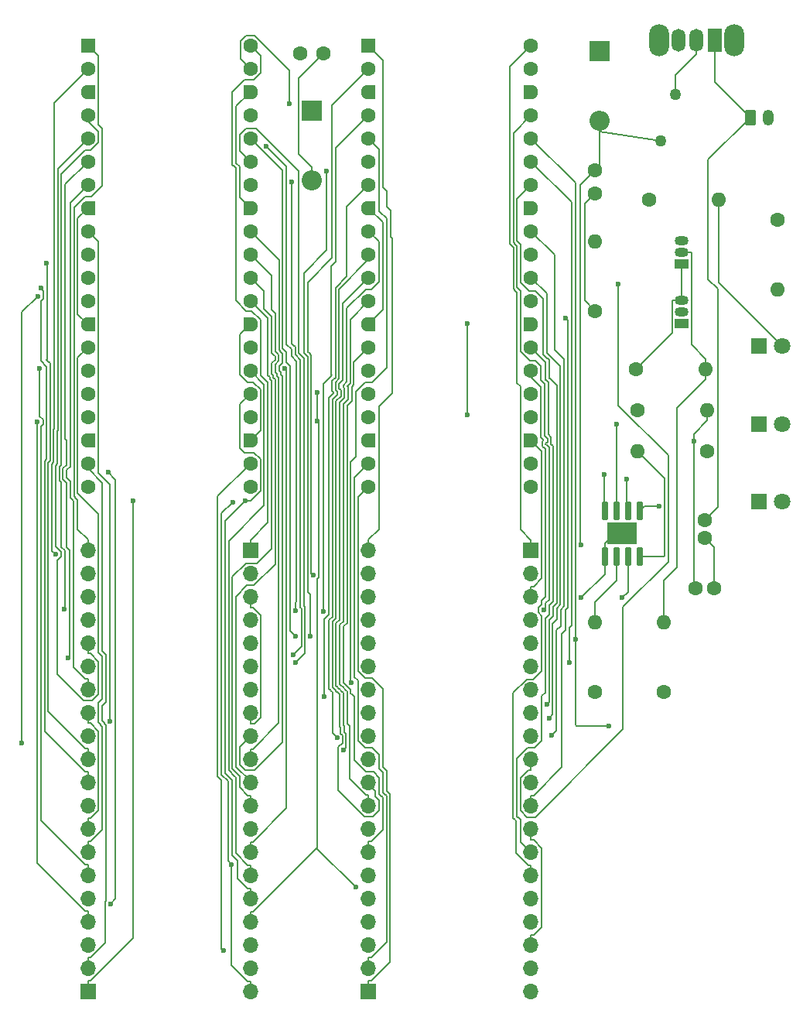
<source format=gbr>
%TF.GenerationSoftware,KiCad,Pcbnew,9.0.0*%
%TF.CreationDate,2025-09-26T14:07:43-04:00*%
%TF.ProjectId,Design V2.0,44657369-676e-4205-9632-2e302e6b6963,rev?*%
%TF.SameCoordinates,Original*%
%TF.FileFunction,Copper,L1,Top*%
%TF.FilePolarity,Positive*%
%FSLAX46Y46*%
G04 Gerber Fmt 4.6, Leading zero omitted, Abs format (unit mm)*
G04 Created by KiCad (PCBNEW 9.0.0) date 2025-09-26 14:07:43*
%MOMM*%
%LPD*%
G01*
G04 APERTURE LIST*
G04 Aperture macros list*
%AMRoundRect*
0 Rectangle with rounded corners*
0 $1 Rounding radius*
0 $2 $3 $4 $5 $6 $7 $8 $9 X,Y pos of 4 corners*
0 Add a 4 corners polygon primitive as box body*
4,1,4,$2,$3,$4,$5,$6,$7,$8,$9,$2,$3,0*
0 Add four circle primitives for the rounded corners*
1,1,$1+$1,$2,$3*
1,1,$1+$1,$4,$5*
1,1,$1+$1,$6,$7*
1,1,$1+$1,$8,$9*
0 Add four rect primitives between the rounded corners*
20,1,$1+$1,$2,$3,$4,$5,0*
20,1,$1+$1,$4,$5,$6,$7,0*
20,1,$1+$1,$6,$7,$8,$9,0*
20,1,$1+$1,$8,$9,$2,$3,0*%
%AMFreePoly0*
4,1,37,0.603843,0.796157,0.639018,0.796157,0.711114,0.766294,0.766294,0.711114,0.796157,0.639018,0.796157,0.603843,0.800000,0.600000,0.800000,-0.600000,0.796157,-0.603843,0.796157,-0.639018,0.766294,-0.711114,0.711114,-0.766294,0.639018,-0.796157,0.603843,-0.796157,0.600000,-0.800000,0.000000,-0.800000,0.000000,-0.796148,-0.078414,-0.796148,-0.232228,-0.765552,-0.377117,-0.705537,
-0.507515,-0.618408,-0.618408,-0.507515,-0.705537,-0.377117,-0.765552,-0.232228,-0.796148,-0.078414,-0.796148,0.078414,-0.765552,0.232228,-0.705537,0.377117,-0.618408,0.507515,-0.507515,0.618408,-0.377117,0.705537,-0.232228,0.765552,-0.078414,0.796148,0.000000,0.796148,0.000000,0.800000,0.600000,0.800000,0.603843,0.796157,0.603843,0.796157,$1*%
%AMFreePoly1*
4,1,37,0.000000,0.796148,0.078414,0.796148,0.232228,0.765552,0.377117,0.705537,0.507515,0.618408,0.618408,0.507515,0.705537,0.377117,0.765552,0.232228,0.796148,0.078414,0.796148,-0.078414,0.765552,-0.232228,0.705537,-0.377117,0.618408,-0.507515,0.507515,-0.618408,0.377117,-0.705537,0.232228,-0.765552,0.078414,-0.796148,0.000000,-0.796148,0.000000,-0.800000,-0.600000,-0.800000,
-0.603843,-0.796157,-0.639018,-0.796157,-0.711114,-0.766294,-0.766294,-0.711114,-0.796157,-0.639018,-0.796157,-0.603843,-0.800000,-0.600000,-0.800000,0.600000,-0.796157,0.603843,-0.796157,0.639018,-0.766294,0.711114,-0.711114,0.766294,-0.639018,0.796157,-0.603843,0.796157,-0.600000,0.800000,0.000000,0.800000,0.000000,0.796148,0.000000,0.796148,$1*%
G04 Aperture macros list end*
%TA.AperFunction,Conductor*%
%ADD10C,0.200000*%
%TD*%
%TA.AperFunction,ComponentPad*%
%ADD11C,1.600000*%
%TD*%
%TA.AperFunction,ComponentPad*%
%ADD12O,1.600000X1.600000*%
%TD*%
%TA.AperFunction,ComponentPad*%
%ADD13R,1.800000X1.800000*%
%TD*%
%TA.AperFunction,ComponentPad*%
%ADD14C,1.800000*%
%TD*%
%TA.AperFunction,ComponentPad*%
%ADD15RoundRect,0.200000X-0.600000X-0.600000X0.600000X-0.600000X0.600000X0.600000X-0.600000X0.600000X0*%
%TD*%
%TA.AperFunction,ComponentPad*%
%ADD16FreePoly0,0.000000*%
%TD*%
%TA.AperFunction,ComponentPad*%
%ADD17FreePoly1,0.000000*%
%TD*%
%TA.AperFunction,ComponentPad*%
%ADD18C,1.270000*%
%TD*%
%TA.AperFunction,ComponentPad*%
%ADD19R,2.200000X2.200000*%
%TD*%
%TA.AperFunction,ComponentPad*%
%ADD20O,2.200000X2.200000*%
%TD*%
%TA.AperFunction,ComponentPad*%
%ADD21O,2.200000X3.500000*%
%TD*%
%TA.AperFunction,ComponentPad*%
%ADD22R,1.500000X2.500000*%
%TD*%
%TA.AperFunction,ComponentPad*%
%ADD23O,1.500000X2.500000*%
%TD*%
%TA.AperFunction,ComponentPad*%
%ADD24R,1.700000X1.700000*%
%TD*%
%TA.AperFunction,ComponentPad*%
%ADD25O,1.700000X1.700000*%
%TD*%
%TA.AperFunction,ComponentPad*%
%ADD26RoundRect,0.250000X-0.350000X-0.625000X0.350000X-0.625000X0.350000X0.625000X-0.350000X0.625000X0*%
%TD*%
%TA.AperFunction,ComponentPad*%
%ADD27O,1.200000X1.750000*%
%TD*%
%TA.AperFunction,ComponentPad*%
%ADD28R,1.500000X1.050000*%
%TD*%
%TA.AperFunction,ComponentPad*%
%ADD29O,1.500000X1.050000*%
%TD*%
%TA.AperFunction,SMDPad,CuDef*%
%ADD30RoundRect,0.075000X0.225000X-0.910000X0.225000X0.910000X-0.225000X0.910000X-0.225000X-0.910000X0*%
%TD*%
%TA.AperFunction,SMDPad,CuDef*%
%ADD31R,3.302000X2.413000*%
%TD*%
%TA.AperFunction,ViaPad*%
%ADD32C,0.600000*%
%TD*%
G04 APERTURE END LIST*
D10*
%TO.N,VSYS*%
X225000000Y-42000000D02*
X231700000Y-43050000D01*
%TO.N,A-VBUS*%
X225500000Y-83000000D02*
X225500000Y-79500000D01*
%TO.N,~{STDBY}*%
X228000000Y-80000000D02*
X228000000Y-82500000D01*
%TD*%
D11*
%TO.P,R6,1*%
%TO.N,GND*%
X224500000Y-61620000D03*
D12*
%TO.P,R6,2*%
%TO.N,Net-(Q4-B)*%
X224500000Y-54000000D03*
%TD*%
D11*
%TO.P,R5,1*%
%TO.N,A_3V3(OUT)*%
X244500000Y-51690000D03*
D12*
%TO.P,R5,2*%
%TO.N,Net-(Q4-B)*%
X244500000Y-59310000D03*
%TD*%
D13*
%TO.P,D4,1,K*%
%TO.N,~{STDBY}*%
X242460000Y-82500000D03*
D14*
%TO.P,D4,2,A*%
%TO.N,Net-(D4-A)*%
X245000000Y-82500000D03*
%TD*%
D11*
%TO.P,R8,1*%
%TO.N,Net-(D4-A)*%
X236810000Y-77000000D03*
D12*
%TO.P,R8,2*%
%TO.N,A-VBUS*%
X229190000Y-77000000D03*
%TD*%
D15*
%TO.P,A1,1,GPIO0*%
%TO.N,A_GPIO0*%
X169000000Y-32600000D03*
D11*
%TO.P,A1,2,GPIO1*%
%TO.N,A_GPIO1*%
X169000000Y-35140000D03*
D16*
%TO.P,A1,3,GND*%
%TO.N,GND*%
X169000000Y-37680000D03*
D11*
%TO.P,A1,4,GPIO2*%
%TO.N,A_GPIO2*%
X169000000Y-40220000D03*
%TO.P,A1,5,GPIO3*%
%TO.N,A_GPIO3*%
X169000000Y-42760000D03*
%TO.P,A1,6,GPIO4*%
%TO.N,A_GPIO4*%
X169000000Y-45300000D03*
%TO.P,A1,7,GPIO5*%
%TO.N,A_GPIO5*%
X169000000Y-47840000D03*
D16*
%TO.P,A1,8,GND*%
%TO.N,GND*%
X169000000Y-50380000D03*
D11*
%TO.P,A1,9,GPIO6*%
%TO.N,A_GPIO6*%
X169000000Y-52920000D03*
%TO.P,A1,10,GPIO7*%
%TO.N,A_GPIO7*%
X169000000Y-55460000D03*
%TO.P,A1,11,GPIO8*%
%TO.N,A_GPIO8*%
X169000000Y-58000000D03*
%TO.P,A1,12,GPIO9*%
%TO.N,A_GPIO9*%
X169000000Y-60540000D03*
D16*
%TO.P,A1,13,GND*%
%TO.N,GND*%
X169000000Y-63080000D03*
D11*
%TO.P,A1,14,GPIO10*%
%TO.N,A_GPIO10*%
X169000000Y-65620000D03*
%TO.P,A1,15,GPIO11*%
%TO.N,A_GPIO11*%
X169000000Y-68160000D03*
%TO.P,A1,16,GPIO12*%
%TO.N,UART_TX*%
X169000000Y-70700000D03*
%TO.P,A1,17,GPIO13*%
%TO.N,UART_RX*%
X169000000Y-73240000D03*
D16*
%TO.P,A1,18,GND*%
%TO.N,GND*%
X169000000Y-75780000D03*
D11*
%TO.P,A1,19,GPIO14*%
%TO.N,A_GPIO14*%
X169000000Y-78320000D03*
%TO.P,A1,20,GPIO15*%
%TO.N,A_GPIO15*%
X169000000Y-80860000D03*
%TO.P,A1,21,GPIO16*%
%TO.N,RX-TX*%
X186780000Y-80860000D03*
%TO.P,A1,22,GPIO17*%
%TO.N,CS*%
X186780000Y-78320000D03*
D17*
%TO.P,A1,23,GND*%
%TO.N,GND*%
X186780000Y-75780000D03*
D11*
%TO.P,A1,24,GPIO18*%
%TO.N,SCK*%
X186780000Y-73240000D03*
%TO.P,A1,25,GPIO19*%
%TO.N,TX-RX*%
X186780000Y-70700000D03*
%TO.P,A1,26,GPIO20*%
%TO.N,A_GPIO20*%
X186780000Y-68160000D03*
%TO.P,A1,27,GPIO21*%
%TO.N,A_GPIO21*%
X186780000Y-65620000D03*
D17*
%TO.P,A1,28,GND*%
%TO.N,GND*%
X186780000Y-63080000D03*
D11*
%TO.P,A1,29,GPIO22*%
%TO.N,A_GPIO22*%
X186780000Y-60540000D03*
%TO.P,A1,30,RUN*%
%TO.N,A_RUN*%
X186780000Y-58000000D03*
%TO.P,A1,31,GPIO26_ADC0*%
%TO.N,A_GPIO26*%
X186780000Y-55460000D03*
%TO.P,A1,32,GPIO27_ADC1*%
%TO.N,A_GPIO27*%
X186780000Y-52920000D03*
D17*
%TO.P,A1,33,AGND*%
%TO.N,GND*%
X186780000Y-50380000D03*
D11*
%TO.P,A1,34,GPIO28_ADC2*%
%TO.N,A_GPIO28*%
X186780000Y-47840000D03*
%TO.P,A1,35,ADC_VREF*%
%TO.N,A_ADC_VREF*%
X186780000Y-45300000D03*
%TO.P,A1,36,3V3*%
%TO.N,A_3V3(OUT)*%
X186780000Y-42760000D03*
%TO.P,A1,37,3V3_EN*%
%TO.N,A_3V3_EN*%
X186780000Y-40220000D03*
D17*
%TO.P,A1,38,GND*%
%TO.N,GND*%
X186780000Y-37680000D03*
D11*
%TO.P,A1,39,VSYS*%
%TO.N,Net-(A1-VSYS)*%
X186780000Y-35140000D03*
%TO.P,A1,40,VBUS*%
%TO.N,A-VBUS*%
X186780000Y-32600000D03*
%TD*%
D18*
%TO.P,F1,1*%
%TO.N,VSYS*%
X231700000Y-43050000D03*
%TO.P,F1,2*%
%TO.N,Net-(SW1-B)*%
X233300000Y-37950000D03*
%TD*%
D11*
%TO.P,R2,1*%
%TO.N,A_3V3(OUT)*%
X230380000Y-49500000D03*
D12*
%TO.P,R2,2*%
%TO.N,Net-(D2-A)*%
X238000000Y-49500000D03*
%TD*%
D19*
%TO.P,D5,1,K*%
%TO.N,Net-(A1-VSYS)*%
X193500000Y-39690000D03*
D20*
%TO.P,D5,2,A*%
%TO.N,VSYS*%
X193500000Y-47310000D03*
%TD*%
D21*
%TO.P,SW1,*%
%TO.N,*%
X239700000Y-32000000D03*
X231500000Y-32000000D03*
D22*
%TO.P,SW1,1,A*%
%TO.N,VBAT(+)*%
X237600000Y-32000000D03*
D23*
%TO.P,SW1,2,B*%
%TO.N,Net-(SW1-B)*%
X235600000Y-32000000D03*
%TO.P,SW1,3*%
%TO.N,N/C*%
X233600000Y-32000000D03*
%TD*%
D11*
%TO.P,C4,1*%
%TO.N,GND*%
X236500000Y-86500000D03*
%TO.P,C4,2*%
%TO.N,VBAT(+)*%
X236500000Y-84500000D03*
%TD*%
%TO.P,C2,1*%
%TO.N,GND*%
X224500000Y-48750000D03*
%TO.P,C2,2*%
%TO.N,VSYS*%
X224500000Y-46250000D03*
%TD*%
D24*
%TO.P,J4,1,Pin_1*%
%TO.N,B_GPIO15*%
X199720000Y-136060000D03*
D25*
%TO.P,J4,2,Pin_2*%
%TO.N,B_GPIO14*%
X199720000Y-133520000D03*
%TO.P,J4,3,Pin_3*%
%TO.N,GND*%
X199720000Y-130980000D03*
%TO.P,J4,4,Pin_4*%
%TO.N,UART_TX*%
X199720000Y-128440000D03*
%TO.P,J4,5,Pin_5*%
%TO.N,UART_RX*%
X199720000Y-125900000D03*
%TO.P,J4,6,Pin_6*%
%TO.N,B_GPIO11*%
X199720000Y-123360000D03*
%TO.P,J4,7,Pin_7*%
%TO.N,B_GPIO10*%
X199720000Y-120820000D03*
%TO.P,J4,8,Pin_8*%
%TO.N,GND*%
X199720000Y-118280000D03*
%TO.P,J4,9,Pin_9*%
%TO.N,B_GPIO9*%
X199720000Y-115740000D03*
%TO.P,J4,10,Pin_10*%
%TO.N,B_GPIO8*%
X199720000Y-113200000D03*
%TO.P,J4,11,Pin_11*%
%TO.N,B_GPIO7*%
X199720000Y-110660000D03*
%TO.P,J4,12,Pin_12*%
%TO.N,B_GPIO6*%
X199720000Y-108120000D03*
%TO.P,J4,13,Pin_13*%
%TO.N,GND*%
X199720000Y-105580000D03*
%TO.P,J4,14,Pin_14*%
%TO.N,B_GPIO5*%
X199720000Y-103040000D03*
%TO.P,J4,15,Pin_15*%
%TO.N,B_GPIO4*%
X199720000Y-100500000D03*
%TO.P,J4,16,Pin_16*%
%TO.N,B_GPIO3*%
X199720000Y-97960000D03*
%TO.P,J4,17,Pin_17*%
%TO.N,B_GPIO2*%
X199720000Y-95420000D03*
%TO.P,J4,18,Pin_18*%
%TO.N,GND*%
X199720000Y-92880000D03*
%TO.P,J4,19,Pin_19*%
%TO.N,B_GPIO1*%
X199720000Y-90340000D03*
%TO.P,J4,20,Pin_20*%
%TO.N,B_GPIO0*%
X199720000Y-87800000D03*
%TD*%
D24*
%TO.P,J3,1,Pin_1*%
%TO.N,A-VBUS*%
X186780000Y-87860000D03*
D25*
%TO.P,J3,2,Pin_2*%
%TO.N,VSYS*%
X186780000Y-90400000D03*
%TO.P,J3,3,Pin_3*%
%TO.N,GND*%
X186780000Y-92940000D03*
%TO.P,J3,4,Pin_4*%
%TO.N,A_3V3_EN*%
X186780000Y-95480000D03*
%TO.P,J3,5,Pin_5*%
%TO.N,A_3V3(OUT)*%
X186780000Y-98020000D03*
%TO.P,J3,6,Pin_6*%
%TO.N,A_ADC_VREF*%
X186780000Y-100560000D03*
%TO.P,J3,7,Pin_7*%
%TO.N,A_GPIO28*%
X186780000Y-103100000D03*
%TO.P,J3,8,Pin_8*%
%TO.N,GND*%
X186780000Y-105640000D03*
%TO.P,J3,9,Pin_9*%
%TO.N,A_GPIO27*%
X186780000Y-108180000D03*
%TO.P,J3,10,Pin_10*%
%TO.N,A_GPIO26*%
X186780000Y-110720000D03*
%TO.P,J3,11,Pin_11*%
%TO.N,A_RUN*%
X186780000Y-113260000D03*
%TO.P,J3,12,Pin_12*%
%TO.N,A_GPIO22*%
X186780000Y-115800000D03*
%TO.P,J3,13,Pin_13*%
%TO.N,GND*%
X186780000Y-118340000D03*
%TO.P,J3,14,Pin_14*%
%TO.N,A_GPIO21*%
X186780000Y-120880000D03*
%TO.P,J3,15,Pin_15*%
%TO.N,A_GPIO20*%
X186780000Y-123420000D03*
%TO.P,J3,16,Pin_16*%
%TO.N,TX-RX*%
X186780000Y-125960000D03*
%TO.P,J3,17,Pin_17*%
%TO.N,SCK*%
X186780000Y-128500000D03*
%TO.P,J3,18,Pin_18*%
%TO.N,GND*%
X186780000Y-131040000D03*
%TO.P,J3,19,Pin_19*%
%TO.N,CS*%
X186780000Y-133580000D03*
%TO.P,J3,20,Pin_20*%
%TO.N,RX-TX*%
X186780000Y-136120000D03*
%TD*%
D26*
%TO.P,J1,1,Pin_1*%
%TO.N,VBAT(+)*%
X241500000Y-40500000D03*
D27*
%TO.P,J1,2,Pin_2*%
%TO.N,GND*%
X243500000Y-40500000D03*
%TD*%
D11*
%TO.P,C1,1*%
%TO.N,VSYS*%
X194750000Y-33500000D03*
%TO.P,C1,2*%
%TO.N,GND*%
X192250000Y-33500000D03*
%TD*%
D24*
%TO.P,J2,1,Pin_1*%
%TO.N,A_GPIO15*%
X169000000Y-136060000D03*
D25*
%TO.P,J2,2,Pin_2*%
%TO.N,A_GPIO14*%
X169000000Y-133520000D03*
%TO.P,J2,3,Pin_3*%
%TO.N,GND*%
X169000000Y-130980000D03*
%TO.P,J2,4,Pin_4*%
%TO.N,UART_RX*%
X169000000Y-128440000D03*
%TO.P,J2,5,Pin_5*%
%TO.N,UART_TX*%
X169000000Y-125900000D03*
%TO.P,J2,6,Pin_6*%
%TO.N,A_GPIO11*%
X169000000Y-123360000D03*
%TO.P,J2,7,Pin_7*%
%TO.N,A_GPIO10*%
X169000000Y-120820000D03*
%TO.P,J2,8,Pin_8*%
%TO.N,GND*%
X169000000Y-118280000D03*
%TO.P,J2,9,Pin_9*%
%TO.N,A_GPIO9*%
X169000000Y-115740000D03*
%TO.P,J2,10,Pin_10*%
%TO.N,A_GPIO8*%
X169000000Y-113200000D03*
%TO.P,J2,11,Pin_11*%
%TO.N,A_GPIO7*%
X169000000Y-110660000D03*
%TO.P,J2,12,Pin_12*%
%TO.N,A_GPIO6*%
X169000000Y-108120000D03*
%TO.P,J2,13,Pin_13*%
%TO.N,GND*%
X169000000Y-105580000D03*
%TO.P,J2,14,Pin_14*%
%TO.N,A_GPIO5*%
X169000000Y-103040000D03*
%TO.P,J2,15,Pin_15*%
%TO.N,A_GPIO4*%
X169000000Y-100500000D03*
%TO.P,J2,16,Pin_16*%
%TO.N,A_GPIO3*%
X169000000Y-97960000D03*
%TO.P,J2,17,Pin_17*%
%TO.N,A_GPIO2*%
X169000000Y-95420000D03*
%TO.P,J2,18,Pin_18*%
%TO.N,GND*%
X169000000Y-92880000D03*
%TO.P,J2,19,Pin_19*%
%TO.N,A_GPIO1*%
X169000000Y-90340000D03*
%TO.P,J2,20,Pin_20*%
%TO.N,A_GPIO0*%
X169000000Y-87800000D03*
%TD*%
D11*
%TO.P,R1,1*%
%TO.N,GND*%
X224500000Y-103310000D03*
D12*
%TO.P,R1,2*%
%TO.N,Net-(U1-PROG)*%
X224500000Y-95690000D03*
%TD*%
D11*
%TO.P,R7,1*%
%TO.N,Net-(Q3-E)*%
X229000000Y-68000000D03*
D12*
%TO.P,R7,2*%
%TO.N,Net-(Q3-B)*%
X236620000Y-68000000D03*
%TD*%
D13*
%TO.P,D2,1,K*%
%TO.N,Net-(D2-K)*%
X242460000Y-65500000D03*
D14*
%TO.P,D2,2,A*%
%TO.N,Net-(D2-A)*%
X245000000Y-65500000D03*
%TD*%
D13*
%TO.P,D3,1,K*%
%TO.N,~{CHRG}*%
X242460000Y-74000000D03*
D14*
%TO.P,D3,2,A*%
%TO.N,Net-(D3-A)*%
X245000000Y-74000000D03*
%TD*%
D11*
%TO.P,C3,1*%
%TO.N,GND*%
X237500000Y-92000000D03*
%TO.P,C3,2*%
%TO.N,A-VBUS*%
X235500000Y-92000000D03*
%TD*%
D19*
%TO.P,D6,1,K*%
%TO.N,Net-(A2-VSYS)*%
X225000000Y-33190000D03*
D20*
%TO.P,D6,2,A*%
%TO.N,VSYS*%
X225000000Y-40810000D03*
%TD*%
D28*
%TO.P,Q3,1,E*%
%TO.N,Net-(Q3-E)*%
X234000000Y-56500000D03*
D29*
%TO.P,Q3,2,B*%
%TO.N,Net-(Q3-B)*%
X234000000Y-55230000D03*
%TO.P,Q3,3,C*%
%TO.N,Net-(D2-K)*%
X234000000Y-53960000D03*
%TD*%
D11*
%TO.P,R3,1*%
%TO.N,Net-(D3-A)*%
X229190000Y-72500000D03*
D12*
%TO.P,R3,2*%
%TO.N,A-VBUS*%
X236810000Y-72500000D03*
%TD*%
D24*
%TO.P,J5,1,Pin_1*%
%TO.N,B-VBUS*%
X217500000Y-87860000D03*
D25*
%TO.P,J5,2,Pin_2*%
%TO.N,VSYS*%
X217500000Y-90400000D03*
%TO.P,J5,3,Pin_3*%
%TO.N,GND*%
X217500000Y-92940000D03*
%TO.P,J5,4,Pin_4*%
%TO.N,B_3V3_EN*%
X217500000Y-95480000D03*
%TO.P,J5,5,Pin_5*%
%TO.N,B_3V3(OUT)*%
X217500000Y-98020000D03*
%TO.P,J5,6,Pin_6*%
%TO.N,B_ADC_VREF*%
X217500000Y-100560000D03*
%TO.P,J5,7,Pin_7*%
%TO.N,B_GPIO28*%
X217500000Y-103100000D03*
%TO.P,J5,8,Pin_8*%
%TO.N,GND*%
X217500000Y-105640000D03*
%TO.P,J5,9,Pin_9*%
%TO.N,B_GPIO27*%
X217500000Y-108180000D03*
%TO.P,J5,10,Pin_10*%
%TO.N,B_GPIO26*%
X217500000Y-110720000D03*
%TO.P,J5,11,Pin_11*%
%TO.N,B_RUN*%
X217500000Y-113260000D03*
%TO.P,J5,12,Pin_12*%
%TO.N,B_GPIO22*%
X217500000Y-115800000D03*
%TO.P,J5,13,Pin_13*%
%TO.N,GND*%
X217500000Y-118340000D03*
%TO.P,J5,14,Pin_14*%
%TO.N,B_GPIO21*%
X217500000Y-120880000D03*
%TO.P,J5,15,Pin_15*%
%TO.N,B_GPIO20*%
X217500000Y-123420000D03*
%TO.P,J5,16,Pin_16*%
%TO.N,RX-TX*%
X217500000Y-125960000D03*
%TO.P,J5,17,Pin_17*%
%TO.N,SCK*%
X217500000Y-128500000D03*
%TO.P,J5,18,Pin_18*%
%TO.N,GND*%
X217500000Y-131040000D03*
%TO.P,J5,19,Pin_19*%
%TO.N,CS*%
X217500000Y-133580000D03*
%TO.P,J5,20,Pin_20*%
%TO.N,TX-RX*%
X217500000Y-136120000D03*
%TD*%
D30*
%TO.P,U1,1,TEMP*%
%TO.N,GND*%
X225595000Y-88475000D03*
%TO.P,U1,2,PROG*%
%TO.N,Net-(U1-PROG)*%
X226865000Y-88475000D03*
%TO.P,U1,3,GND*%
%TO.N,GND*%
X228135000Y-88475000D03*
%TO.P,U1,4,VCC*%
%TO.N,A-VBUS*%
X229405000Y-88475000D03*
%TO.P,U1,5,BAT*%
%TO.N,VBAT(+)*%
X229405000Y-83525000D03*
%TO.P,U1,6,~{STDBY}*%
%TO.N,~{STDBY}*%
X228135000Y-83525000D03*
%TO.P,U1,7,~{CHRG}*%
%TO.N,~{CHRG}*%
X226865000Y-83525000D03*
%TO.P,U1,8,CE*%
%TO.N,A-VBUS*%
X225595000Y-83525000D03*
D31*
%TO.P,U1,9,EP*%
%TO.N,GND*%
X227500000Y-86000000D03*
%TD*%
D15*
%TO.P,A2,1,GPIO0*%
%TO.N,B_GPIO0*%
X199720000Y-32600000D03*
D11*
%TO.P,A2,2,GPIO1*%
%TO.N,B_GPIO1*%
X199720000Y-35140000D03*
D16*
%TO.P,A2,3,GND*%
%TO.N,GND*%
X199720000Y-37680000D03*
D11*
%TO.P,A2,4,GPIO2*%
%TO.N,B_GPIO2*%
X199720000Y-40220000D03*
%TO.P,A2,5,GPIO3*%
%TO.N,B_GPIO3*%
X199720000Y-42760000D03*
%TO.P,A2,6,GPIO4*%
%TO.N,B_GPIO4*%
X199720000Y-45300000D03*
%TO.P,A2,7,GPIO5*%
%TO.N,B_GPIO5*%
X199720000Y-47840000D03*
D16*
%TO.P,A2,8,GND*%
%TO.N,GND*%
X199720000Y-50380000D03*
D11*
%TO.P,A2,9,GPIO6*%
%TO.N,B_GPIO6*%
X199720000Y-52920000D03*
%TO.P,A2,10,GPIO7*%
%TO.N,B_GPIO7*%
X199720000Y-55460000D03*
%TO.P,A2,11,GPIO8*%
%TO.N,B_GPIO8*%
X199720000Y-58000000D03*
%TO.P,A2,12,GPIO9*%
%TO.N,B_GPIO9*%
X199720000Y-60540000D03*
D16*
%TO.P,A2,13,GND*%
%TO.N,GND*%
X199720000Y-63080000D03*
D11*
%TO.P,A2,14,GPIO10*%
%TO.N,B_GPIO10*%
X199720000Y-65620000D03*
%TO.P,A2,15,GPIO11*%
%TO.N,UART_RX*%
X199720000Y-68160000D03*
%TO.P,A2,16,GPIO12*%
%TO.N,UART_TX*%
X199720000Y-70700000D03*
%TO.P,A2,17,GPIO13*%
%TO.N,B_GPIO13*%
X199720000Y-73240000D03*
D16*
%TO.P,A2,18,GND*%
%TO.N,GND*%
X199720000Y-75780000D03*
D11*
%TO.P,A2,19,GPIO14*%
%TO.N,B_GPIO14*%
X199720000Y-78320000D03*
%TO.P,A2,20,GPIO15*%
%TO.N,B_GPIO15*%
X199720000Y-80860000D03*
%TO.P,A2,21,GPIO16*%
%TO.N,TX-RX*%
X217500000Y-80860000D03*
%TO.P,A2,22,GPIO17*%
%TO.N,CS*%
X217500000Y-78320000D03*
D17*
%TO.P,A2,23,GND*%
%TO.N,GND*%
X217500000Y-75780000D03*
D11*
%TO.P,A2,24,GPIO18*%
%TO.N,SCK*%
X217500000Y-73240000D03*
%TO.P,A2,25,GPIO19*%
%TO.N,RX-TX*%
X217500000Y-70700000D03*
%TO.P,A2,26,GPIO20*%
%TO.N,B_GPIO20*%
X217500000Y-68160000D03*
%TO.P,A2,27,GPIO21*%
%TO.N,B_GPIO21*%
X217500000Y-65620000D03*
D17*
%TO.P,A2,28,GND*%
%TO.N,GND*%
X217500000Y-63080000D03*
D11*
%TO.P,A2,29,GPIO22*%
%TO.N,B_GPIO22*%
X217500000Y-60540000D03*
%TO.P,A2,30,RUN*%
%TO.N,B_RUN*%
X217500000Y-58000000D03*
%TO.P,A2,31,GPIO26_ADC0*%
%TO.N,B_GPIO26*%
X217500000Y-55460000D03*
%TO.P,A2,32,GPIO27_ADC1*%
%TO.N,B_GPIO27*%
X217500000Y-52920000D03*
D17*
%TO.P,A2,33,AGND*%
%TO.N,GND*%
X217500000Y-50380000D03*
D11*
%TO.P,A2,34,GPIO28_ADC2*%
%TO.N,B_GPIO28*%
X217500000Y-47840000D03*
%TO.P,A2,35,ADC_VREF*%
%TO.N,B_ADC_VREF*%
X217500000Y-45300000D03*
%TO.P,A2,36,3V3*%
%TO.N,B_3V3(OUT)*%
X217500000Y-42760000D03*
%TO.P,A2,37,3V3_EN*%
%TO.N,B_3V3_EN*%
X217500000Y-40220000D03*
D17*
%TO.P,A2,38,GND*%
%TO.N,GND*%
X217500000Y-37680000D03*
D11*
%TO.P,A2,39,VSYS*%
%TO.N,Net-(A2-VSYS)*%
X217500000Y-35140000D03*
%TO.P,A2,40,VBUS*%
%TO.N,B-VBUS*%
X217500000Y-32600000D03*
%TD*%
D28*
%TO.P,Q4,1,E*%
%TO.N,GND*%
X234000000Y-63000000D03*
D29*
%TO.P,Q4,2,B*%
%TO.N,Net-(Q4-B)*%
X234000000Y-61730000D03*
%TO.P,Q4,3,C*%
%TO.N,Net-(Q3-E)*%
X234000000Y-60460000D03*
%TD*%
D11*
%TO.P,R4,1*%
%TO.N,B_3V3(OUT)*%
X232000000Y-103310000D03*
D12*
%TO.P,R4,2*%
%TO.N,Net-(Q3-B)*%
X232000000Y-95690000D03*
%TD*%
D32*
%TO.N,GND*%
X210500000Y-63000000D03*
X210500000Y-73000000D03*
X223000000Y-93000000D03*
X227500000Y-93000000D03*
%TO.N,SCK*%
X194078800Y-73711700D03*
X198299600Y-124692300D03*
X194078800Y-70592300D03*
%TO.N,A_3V3(OUT)*%
X191749300Y-97211300D03*
%TO.N,A_GPIO2*%
X166411300Y-94258400D03*
%TO.N,Net-(A1-VSYS)*%
X191083500Y-38969300D03*
%TO.N,A_GPIO7*%
X164463800Y-56421200D03*
%TO.N,UART_RX*%
X163485400Y-73783300D03*
%TO.N,A_3V3_EN*%
X188486600Y-43590500D03*
X191727000Y-94393900D03*
%TO.N,A_GPIO6*%
X171417300Y-106536500D03*
%TO.N,TX-RX*%
X186256000Y-82365300D03*
%TO.N,CS*%
X183845900Y-131610700D03*
%TO.N,A_GPIO8*%
X163867400Y-59142200D03*
%TO.N,A-VBUS*%
X235330100Y-75926600D03*
X225544150Y-79544150D03*
%TO.N,RX-TX*%
X184841800Y-82569800D03*
X184731100Y-122162500D03*
%TO.N,A_GPIO4*%
X166837600Y-99602100D03*
%TO.N,A_ADC_VREF*%
X191749300Y-100139600D03*
%TO.N,A_GPIO1*%
X165467300Y-88267800D03*
%TO.N,A_GPIO9*%
X163558500Y-60025500D03*
X161796600Y-108924500D03*
%TO.N,A_GPIO21*%
X190515900Y-67928300D03*
%TO.N,UART_TX*%
X171215500Y-79306700D03*
X171487100Y-126494300D03*
%TO.N,A_GPIO11*%
X163722400Y-67928300D03*
%TO.N,A_GPIO28*%
X191286000Y-47518500D03*
X191501400Y-99212300D03*
%TO.N,A_GPIO15*%
X173946300Y-82361800D03*
%TO.N,B_GPIO7*%
X196260700Y-108325800D03*
%TO.N,B_GPIO6*%
X197014600Y-109698400D03*
%TO.N,B_GPIO27*%
X219730900Y-108066100D03*
%TO.N,B_GPIO5*%
X194834300Y-103814800D03*
%TO.N,B_RUN*%
X219476400Y-106194700D03*
%TO.N,B_ADC_VREF*%
X221694800Y-100138300D03*
%TO.N,B_GPIO4*%
X195139100Y-46371800D03*
X193373000Y-97211300D03*
%TO.N,B_GPIO26*%
X227064700Y-58672900D03*
%TO.N,B_3V3(OUT)*%
X222413700Y-97539500D03*
X226000000Y-107000000D03*
%TO.N,B_GPIO1*%
X193655200Y-90553800D03*
%TO.N,B_GPIO28*%
X219275600Y-104653000D03*
%TO.N,B_GPIO2*%
X194752900Y-94511400D03*
%TO.N,B_GPIO3*%
X197842100Y-102277000D03*
%TO.N,B_GPIO22*%
X221291600Y-62383500D03*
%TO.N,B_3V3_EN*%
X218883400Y-94359700D03*
%TO.N,VSYS*%
X222946100Y-87259900D03*
%TO.N,VBAT(+)*%
X231499500Y-83000500D03*
%TO.N,~{CHRG}*%
X226865000Y-74018200D03*
%TO.N,~{STDBY}*%
X228000000Y-80000000D03*
%TD*%
D10*
%TO.N,GND*%
X223356200Y-60476200D02*
X223356200Y-49893800D01*
X224500000Y-61620000D02*
X223356200Y-60476200D01*
X218658100Y-120381300D02*
X217768500Y-119491700D01*
X225921100Y-86728600D02*
X225595000Y-87054700D01*
X186780000Y-92940000D02*
X186780000Y-94091700D01*
X169000000Y-105580000D02*
X169000000Y-106731700D01*
X228135000Y-88475000D02*
X228135000Y-92365000D01*
X167882500Y-61962500D02*
X169000000Y-63080000D01*
X169000000Y-118280000D02*
X169000000Y-117128300D01*
X186472000Y-69430000D02*
X187088100Y-69430000D01*
X217500000Y-75782100D02*
X218670800Y-76952900D01*
X228135000Y-92365000D02*
X227500000Y-93000000D01*
X217500000Y-129888300D02*
X217787900Y-129888300D01*
X187931700Y-106130200D02*
X187270200Y-106791700D01*
X185647200Y-64212800D02*
X185647200Y-68605200D01*
X217500000Y-131040000D02*
X217500000Y-129888300D01*
X185629000Y-45867900D02*
X185629000Y-49229000D01*
X167882500Y-51497500D02*
X167882500Y-61962500D01*
X187270200Y-106791700D02*
X186780000Y-106791700D01*
X199720000Y-50380000D02*
X201288500Y-51948500D01*
X217500000Y-92940000D02*
X217500000Y-91788300D01*
X210500000Y-73000000D02*
X210500000Y-63000000D01*
X201288500Y-51948500D02*
X201288500Y-61511500D01*
X218670800Y-90886000D02*
X217768500Y-91788300D01*
X217768500Y-91788300D02*
X217500000Y-91788300D01*
X217500000Y-75780000D02*
X217500000Y-75782100D01*
X169268500Y-106731700D02*
X169000000Y-106731700D01*
X225595000Y-87054700D02*
X225595000Y-88475000D01*
X217768500Y-119491700D02*
X217500000Y-119491700D01*
X225595000Y-88475000D02*
X225595000Y-90405000D01*
X237500000Y-87500000D02*
X237500000Y-92000000D01*
X169000000Y-117128300D02*
X169254900Y-117128300D01*
X217500000Y-118340000D02*
X217500000Y-119491700D01*
X169000000Y-50380000D02*
X167882500Y-51497500D01*
X185629000Y-49229000D02*
X186780000Y-50380000D01*
X170151700Y-116231500D02*
X170151700Y-107614900D01*
X185227300Y-39232700D02*
X185227300Y-45466200D01*
X186780000Y-94091700D02*
X187079900Y-94091700D01*
X187088100Y-69430000D02*
X187882000Y-70223900D01*
X185227300Y-45466200D02*
X185629000Y-45867900D01*
X201288500Y-61511500D02*
X199720000Y-63080000D01*
X218670800Y-76952900D02*
X218670800Y-90886000D01*
X217787900Y-129888300D02*
X218658100Y-129018100D01*
X170151700Y-107614900D02*
X169268500Y-106731700D01*
X187882000Y-70223900D02*
X187882000Y-74678000D01*
X187882000Y-74678000D02*
X186780000Y-75780000D01*
X186780000Y-37680000D02*
X185227300Y-39232700D01*
X226000000Y-86728600D02*
X225921100Y-86728600D01*
X187079900Y-94091700D02*
X187931700Y-94943500D01*
X225595000Y-90405000D02*
X223000000Y-93000000D01*
X185647200Y-68605200D02*
X186472000Y-69430000D01*
X169254900Y-117128300D02*
X170151700Y-116231500D01*
X186780000Y-63080000D02*
X185647200Y-64212800D01*
X226000000Y-86500000D02*
X226000000Y-86728600D01*
X187931700Y-94943500D02*
X187931700Y-106130200D01*
X218658100Y-129018100D02*
X218658100Y-120381300D01*
X186780000Y-105640000D02*
X186780000Y-106791700D01*
X223356200Y-49893800D02*
X224500000Y-48750000D01*
X236500000Y-86500000D02*
X237500000Y-87500000D01*
%TO.N,A_GPIO27*%
X189914200Y-67679200D02*
X189914200Y-68177400D01*
X190308100Y-108821400D02*
X187254200Y-111875300D01*
X190114200Y-68377400D02*
X190114200Y-68610400D01*
X190308100Y-68804300D02*
X190308100Y-108821400D01*
X189920200Y-56060200D02*
X189920200Y-65890200D01*
X190266900Y-67326600D02*
X190266800Y-67326600D01*
X190308100Y-67285400D02*
X190266900Y-67326600D01*
X185628300Y-109331700D02*
X186780000Y-108180000D01*
X189914200Y-68177400D02*
X190114200Y-68377400D01*
X185628300Y-111284500D02*
X185628300Y-109331700D01*
X190155600Y-66125600D02*
X190308100Y-66278100D01*
X190308100Y-66278100D02*
X190308100Y-67285400D01*
X190114200Y-68610400D02*
X190308100Y-68804300D01*
X189920200Y-65890200D02*
X190155600Y-66125600D01*
X190155600Y-66125600D02*
X190308100Y-66278100D01*
X186780000Y-52920000D02*
X189920200Y-56060200D01*
X186219100Y-111875300D02*
X185628300Y-111284500D01*
X187254200Y-111875300D02*
X186219100Y-111875300D01*
X190266800Y-67326600D02*
X189914200Y-67679200D01*
%TO.N,SCK*%
X187046900Y-127348300D02*
X194078800Y-120316400D01*
X194256900Y-90803000D02*
X194256900Y-73889800D01*
X194078800Y-90981100D02*
X194256900Y-90803000D01*
X194078800Y-120316400D02*
X194078800Y-120471500D01*
X194078800Y-70592300D02*
X194078800Y-73711700D01*
X186780000Y-127348300D02*
X187046900Y-127348300D01*
X186780000Y-128500000D02*
X186780000Y-127348300D01*
X194078800Y-120316400D02*
X194078800Y-90981100D01*
X194078800Y-120471500D02*
X198299600Y-124692300D01*
X194256900Y-73889800D02*
X194078800Y-73711700D01*
%TO.N,A_GPIO5*%
X166677600Y-79053300D02*
X166677600Y-79884100D01*
X167308300Y-82328200D02*
X167452500Y-82472400D01*
X167452500Y-82472400D02*
X167452500Y-100628700D01*
X167050800Y-82070700D02*
X167308300Y-82328200D01*
X168712100Y-101888300D02*
X169000000Y-101888300D01*
X169000000Y-103040000D02*
X169000000Y-101888300D01*
X169000000Y-47840000D02*
X167050800Y-49789200D01*
X167452500Y-100628700D02*
X168712100Y-101888300D01*
X166677600Y-79884100D02*
X167050800Y-80257300D01*
X167050800Y-80257300D02*
X167050800Y-82070700D01*
X167050800Y-78680100D02*
X166677600Y-79053300D01*
X167308300Y-82328200D02*
X167452500Y-82472400D01*
X167050800Y-49789200D02*
X167050800Y-78680100D01*
%TO.N,A_3V3(OUT)*%
X190321900Y-47973200D02*
X190321900Y-65723800D01*
X191125300Y-67686800D02*
X191125300Y-96587300D01*
X190723700Y-66125600D02*
X190723700Y-67285200D01*
X190723700Y-67285200D02*
X191125300Y-67686800D01*
X190282600Y-47933900D02*
X190321900Y-47973200D01*
X186780000Y-42760000D02*
X190282600Y-46262600D01*
X191125300Y-96587300D02*
X191749300Y-97211300D01*
X190282600Y-46262600D02*
X190282600Y-47933900D01*
X190321900Y-65723800D02*
X190723700Y-66125600D01*
%TO.N,A_GPIO2*%
X170125100Y-43227800D02*
X169322900Y-44030000D01*
X166070600Y-74890600D02*
X166070600Y-78524300D01*
X166095600Y-74865600D02*
X166070600Y-74890600D01*
X166095600Y-46633300D02*
X166095600Y-74865600D01*
X166070600Y-78524300D02*
X165874200Y-78720700D01*
X166470700Y-87852300D02*
X166470700Y-94199000D01*
X168698900Y-44030000D02*
X166095600Y-46633300D01*
X169000000Y-40934900D02*
X170125100Y-42060000D01*
X165874200Y-78720700D02*
X165874200Y-80216700D01*
X165874200Y-80216700D02*
X166070600Y-80413100D01*
X166470700Y-94199000D02*
X166411300Y-94258400D01*
X166070600Y-87452200D02*
X166470700Y-87852300D01*
X170125100Y-42060000D02*
X170125100Y-43227800D01*
X169000000Y-40220000D02*
X169000000Y-40934900D01*
X169322900Y-44030000D02*
X168698900Y-44030000D01*
X166070600Y-80413100D02*
X166070600Y-87452200D01*
%TO.N,Net-(A1-VSYS)*%
X185678300Y-34038300D02*
X186780000Y-35140000D01*
X191083500Y-35345400D02*
X187236400Y-31498300D01*
X185678300Y-32143700D02*
X185678300Y-34038300D01*
X187236400Y-31498300D02*
X186323700Y-31498300D01*
X186323700Y-31498300D02*
X185678300Y-32143700D01*
X191083500Y-38969300D02*
X191083500Y-35345400D01*
%TO.N,A_GPIO7*%
X164890500Y-67361800D02*
X164890500Y-74366700D01*
X164561900Y-56519300D02*
X164463800Y-56421200D01*
X164655100Y-67126400D02*
X164488800Y-66960100D01*
X164669100Y-105465300D02*
X168712100Y-109508300D01*
X164488800Y-66960100D02*
X164561900Y-66887000D01*
X164655100Y-67126400D02*
X164890500Y-67361800D01*
X164890500Y-74366700D02*
X164865500Y-74391700D01*
X164865500Y-74391700D02*
X164865500Y-78025400D01*
X164561900Y-66887000D02*
X164561900Y-56519300D01*
X164655100Y-67126400D02*
X164488800Y-66960100D01*
X168712100Y-109508300D02*
X169000000Y-109508300D01*
X164865500Y-78025400D02*
X164669100Y-78221800D01*
X164669100Y-78221800D02*
X164669100Y-105465300D01*
X169000000Y-110660000D02*
X169000000Y-109508300D01*
%TO.N,UART_RX*%
X163464000Y-73804700D02*
X163464000Y-122040200D01*
X168712100Y-127288300D02*
X169000000Y-127288300D01*
X163485400Y-73783300D02*
X163464000Y-73804700D01*
X169000000Y-128440000D02*
X169000000Y-127288300D01*
X163464000Y-122040200D02*
X168712100Y-127288300D01*
%TO.N,A_GPIO14*%
X169000000Y-133520000D02*
X169000000Y-132368300D01*
X169000000Y-78887900D02*
X170564200Y-80452100D01*
X170719700Y-106601800D02*
X170564200Y-106446300D01*
X170719700Y-106601800D02*
X170815600Y-106697700D01*
X169268500Y-132368300D02*
X169000000Y-132368300D01*
X170955100Y-126175500D02*
X170885400Y-126245200D01*
X170955100Y-104440900D02*
X170955100Y-99217200D01*
X170719700Y-106601800D02*
X170564200Y-106446300D01*
X170564200Y-104831800D02*
X170955100Y-104440900D01*
X170815600Y-106697700D02*
X170815600Y-106785600D01*
X170885400Y-130751400D02*
X169268500Y-132368300D01*
X169000000Y-78320000D02*
X169000000Y-78887900D01*
X170955100Y-106925100D02*
X170955100Y-126175500D01*
X170564200Y-106446300D02*
X170564200Y-104831800D01*
X170955100Y-99217200D02*
X170719700Y-98981800D01*
X170564200Y-80452100D02*
X170564200Y-98826300D01*
X170885400Y-126245200D02*
X170885400Y-130751400D01*
X170719700Y-98981800D02*
X170564200Y-98826300D01*
X170719700Y-98981800D02*
X170564200Y-98826300D01*
X170815600Y-106785600D02*
X170955100Y-106925100D01*
%TO.N,A_GPIO10*%
X170413900Y-106864000D02*
X170413900Y-106951900D01*
X167887400Y-66732600D02*
X169000000Y-65620000D01*
X170318000Y-106768100D02*
X170151700Y-106601800D01*
X170318000Y-106768100D02*
X170151700Y-106601800D01*
X170318000Y-106768100D02*
X170413900Y-106864000D01*
X169288000Y-119668300D02*
X169000000Y-119668300D01*
X170151700Y-106601800D02*
X170151700Y-104519000D01*
X170553400Y-104117300D02*
X170553400Y-99383500D01*
X170553400Y-99383500D02*
X170318000Y-99148100D01*
X170553400Y-107091400D02*
X170553400Y-118402900D01*
X170318000Y-99148100D02*
X170151700Y-98981800D01*
X170151700Y-98981800D02*
X170151700Y-83835400D01*
X170318000Y-99148100D02*
X170151700Y-98981800D01*
X170413900Y-106951900D02*
X170553400Y-107091400D01*
X170553400Y-118402900D02*
X169288000Y-119668300D01*
X169000000Y-120820000D02*
X169000000Y-119668300D01*
X167887400Y-81571100D02*
X167887400Y-66732600D01*
X170151700Y-104519000D02*
X170553400Y-104117300D01*
X170151700Y-83835400D02*
X167887400Y-81571100D01*
%TO.N,A_3V3_EN*%
X190723600Y-65276500D02*
X190723600Y-47806900D01*
X191848300Y-93446700D02*
X191848300Y-67156900D01*
X190723600Y-47806900D02*
X190684300Y-47767600D01*
X191286000Y-66594600D02*
X191286000Y-65838900D01*
X191727000Y-93568000D02*
X191848300Y-93446700D01*
X191727000Y-94393900D02*
X191727000Y-93568000D01*
X190684300Y-45788200D02*
X188486600Y-43590500D01*
X190684300Y-47767600D02*
X190684300Y-45788200D01*
X191286000Y-65838900D02*
X190723600Y-65276500D01*
X191848300Y-67156900D02*
X191286000Y-66594600D01*
%TO.N,A_GPIO0*%
X168697600Y-49112700D02*
X167474600Y-50335700D01*
X170526800Y-41693500D02*
X170526800Y-47937600D01*
X169000000Y-87800000D02*
X169000000Y-86648300D01*
X167474600Y-50335700D02*
X167474600Y-81926500D01*
X167874800Y-82326700D02*
X167874800Y-85523100D01*
X170125100Y-41291800D02*
X170125100Y-33725100D01*
X167710000Y-82161900D02*
X167874800Y-82326700D01*
X170291400Y-41458100D02*
X170125100Y-41291800D01*
X169351700Y-49112700D02*
X168697600Y-49112700D01*
X170125100Y-33725100D02*
X169000000Y-32600000D01*
X167710000Y-82161900D02*
X167874800Y-82326700D01*
X170526800Y-47937600D02*
X169351700Y-49112700D01*
X167474600Y-81926500D02*
X167710000Y-82161900D01*
X167874800Y-85523100D02*
X169000000Y-86648300D01*
X170291400Y-41458100D02*
X170125100Y-41291800D01*
X170291400Y-41458100D02*
X170526800Y-41693500D01*
%TO.N,A_GPIO6*%
X169000000Y-52920000D02*
X170134700Y-54054700D01*
X170134700Y-79384000D02*
X171417300Y-80666600D01*
X170134700Y-54054700D02*
X170134700Y-79384000D01*
X171417300Y-80666600D02*
X171417300Y-106536500D01*
%TO.N,TX-RX*%
X185394400Y-121804100D02*
X185394400Y-123691200D01*
X187881700Y-77845400D02*
X187166900Y-77130600D01*
X185664500Y-76613400D02*
X185664500Y-71815500D01*
X184788300Y-112969500D02*
X184788300Y-121198000D01*
X187881700Y-81322300D02*
X187881700Y-77845400D01*
X186256000Y-82365300D02*
X186838700Y-82365300D01*
X185664500Y-71815500D02*
X186780000Y-70700000D01*
X186256000Y-82365300D02*
X184021500Y-84599800D01*
X186511500Y-124808300D02*
X186780000Y-124808300D01*
X186780000Y-125960000D02*
X186780000Y-124808300D01*
X187166900Y-77130600D02*
X186181700Y-77130600D01*
X184021500Y-112202700D02*
X184788300Y-112969500D01*
X186181700Y-77130600D02*
X185664500Y-76613400D01*
X184021500Y-84599800D02*
X184021500Y-112202700D01*
X185394400Y-123691200D02*
X186511500Y-124808300D01*
X184788300Y-121198000D02*
X185394400Y-121804100D01*
X186838700Y-82365300D02*
X187881700Y-81322300D01*
%TO.N,A_GPIO26*%
X189906400Y-68970600D02*
X189906400Y-106708500D01*
X189518500Y-65837700D02*
X189504700Y-65823900D01*
X189906400Y-67119000D02*
X189512500Y-67512900D01*
X189518500Y-66056500D02*
X189753900Y-66291900D01*
X186780000Y-55460000D02*
X189103000Y-57783000D01*
X189103000Y-57783000D02*
X189103000Y-61487400D01*
X189269300Y-61653700D02*
X189103000Y-61487400D01*
X187046600Y-109568300D02*
X186780000Y-109568300D01*
X189906400Y-66444400D02*
X189906400Y-67119000D01*
X189504700Y-65823900D02*
X189504700Y-61889100D01*
X186780000Y-110720000D02*
X186780000Y-109568300D01*
X189753900Y-66291900D02*
X189906400Y-66444400D01*
X189906400Y-106708500D02*
X187046600Y-109568300D01*
X189512500Y-67512900D02*
X189512500Y-68343700D01*
X189518500Y-65837700D02*
X189518500Y-66056500D01*
X189518500Y-65837700D02*
X189504700Y-65823900D01*
X189504700Y-61889100D02*
X189269300Y-61653700D01*
X189712500Y-68543700D02*
X189712500Y-68776700D01*
X189712500Y-68776700D02*
X189906400Y-68970600D01*
X189512500Y-68343700D02*
X189712500Y-68543700D01*
X189753900Y-66291900D02*
X189906400Y-66444400D01*
X189269300Y-61653700D02*
X189103000Y-61487400D01*
%TO.N,A_RUN*%
X189310800Y-68710000D02*
X189310800Y-68943000D01*
X189504700Y-66952700D02*
X189110800Y-67346600D01*
X188219800Y-59439800D02*
X186780000Y-58000000D01*
X189310800Y-68943000D02*
X189504700Y-69136900D01*
X189352200Y-66458200D02*
X189504700Y-66610700D01*
X187175700Y-91670000D02*
X186420100Y-91670000D01*
X185226600Y-92863500D02*
X185226600Y-111504400D01*
X189103000Y-65990200D02*
X189103000Y-62255600D01*
X189116800Y-66004000D02*
X189116800Y-66222800D01*
X188219800Y-61372400D02*
X188219800Y-59439800D01*
X189504700Y-89341000D02*
X187175700Y-91670000D01*
X189504700Y-69136900D02*
X189504700Y-89341000D01*
X189116800Y-66004000D02*
X189103000Y-65990200D01*
X189110800Y-67346600D02*
X189110800Y-68510000D01*
X189504700Y-66610700D02*
X189504700Y-66952700D01*
X185226600Y-111504400D02*
X186780000Y-113057800D01*
X186420100Y-91670000D02*
X185226600Y-92863500D01*
X189116800Y-66004000D02*
X189103000Y-65990200D01*
X186780000Y-113057800D02*
X186780000Y-113260000D01*
X189103000Y-62255600D02*
X188219800Y-61372400D01*
X189352200Y-66458200D02*
X189504700Y-66610700D01*
X189110800Y-68510000D02*
X189310800Y-68710000D01*
X189116800Y-66222800D02*
X189352200Y-66458200D01*
%TO.N,CS*%
X183619800Y-131384600D02*
X183845900Y-131610700D01*
X183453500Y-112772900D02*
X183619800Y-112939200D01*
X183218100Y-112537500D02*
X183453500Y-112772900D01*
X183218100Y-81881900D02*
X183218100Y-112537500D01*
X186780000Y-78320000D02*
X183218100Y-81881900D01*
X183453500Y-112772900D02*
X183619800Y-112939200D01*
X183619800Y-112939200D02*
X183619800Y-131384600D01*
%TO.N,A_GPIO20*%
X186780000Y-123420000D02*
X186780000Y-122268300D01*
X184423200Y-111890600D02*
X185060300Y-112527700D01*
X184423200Y-86775900D02*
X184423200Y-111890600D01*
X188289200Y-82909900D02*
X184423200Y-86775900D01*
X185060300Y-112527700D02*
X185192200Y-112659600D01*
X186780000Y-68160000D02*
X188289200Y-69669200D01*
X185192200Y-112659600D02*
X185192200Y-120966300D01*
X185192200Y-120966300D02*
X186494200Y-122268300D01*
X188289200Y-69669200D02*
X188289200Y-82909900D01*
X185060300Y-112527700D02*
X185192200Y-112659600D01*
X186494200Y-122268300D02*
X186780000Y-122268300D01*
%TO.N,A_GPIO8*%
X164463800Y-74225400D02*
X164463800Y-77859100D01*
X163868600Y-60566300D02*
X163868600Y-67108100D01*
X164160200Y-60274700D02*
X163868600Y-60566300D01*
X164488800Y-67728300D02*
X164488800Y-74200400D01*
X164160200Y-59435000D02*
X164160200Y-60274700D01*
X164488800Y-74200400D02*
X164463800Y-74225400D01*
X164267400Y-78055500D02*
X164267400Y-107603600D01*
X164463800Y-77859100D02*
X164267400Y-78055500D01*
X163868600Y-67108100D02*
X164488800Y-67728300D01*
X168712100Y-112048300D02*
X169000000Y-112048300D01*
X164267400Y-107603600D02*
X168712100Y-112048300D01*
X169000000Y-113200000D02*
X169000000Y-112048300D01*
X163867400Y-59142200D02*
X164160200Y-59435000D01*
%TO.N,A-VBUS*%
X229190000Y-77000000D02*
X229190000Y-77550800D01*
X236810000Y-72500000D02*
X236810000Y-73601700D01*
X188701300Y-84787000D02*
X186780000Y-86708300D01*
X187881700Y-68649900D02*
X188701300Y-69469500D01*
X232099000Y-88401000D02*
X232000000Y-88500000D01*
X187935800Y-33755800D02*
X187935800Y-35550500D01*
X187144000Y-36342300D02*
X186151000Y-36342300D01*
X187935800Y-35550500D02*
X187144000Y-36342300D01*
X184825600Y-37667700D02*
X184825600Y-45632600D01*
X186938800Y-61668400D02*
X187881700Y-62611300D01*
X186350400Y-61668400D02*
X186938800Y-61668400D01*
X186151000Y-36342300D02*
X184825600Y-37667700D01*
X235330100Y-75081600D02*
X235330100Y-75926600D01*
X231975000Y-88475000D02*
X229405000Y-88475000D01*
X185183900Y-45990900D02*
X185183900Y-60501900D01*
X185183900Y-60501900D02*
X186350400Y-61668400D01*
X185061000Y-45868000D02*
X185183900Y-45990900D01*
X185061000Y-45868000D02*
X185183900Y-45990900D01*
X188701300Y-69469500D02*
X188701300Y-84787000D01*
X187881700Y-62611300D02*
X187881700Y-68649900D01*
X229190000Y-77000000D02*
X232099000Y-79909000D01*
X235330100Y-91830100D02*
X235500000Y-92000000D01*
X186780000Y-87860000D02*
X186780000Y-86708300D01*
X184825600Y-45632600D02*
X185061000Y-45868000D01*
X235330100Y-75926600D02*
X235330100Y-91830100D01*
X186780000Y-32600000D02*
X187935800Y-33755800D01*
X232099000Y-79909000D02*
X232099000Y-88401000D01*
X232000000Y-88500000D02*
X231975000Y-88475000D01*
X236810000Y-73601700D02*
X235330100Y-75081600D01*
%TO.N,A_GPIO3*%
X165668800Y-101339600D02*
X168549800Y-104220600D01*
X170151700Y-99994900D02*
X169268500Y-99111700D01*
X165716400Y-87666100D02*
X165716500Y-87666100D01*
X169000000Y-42760000D02*
X165693900Y-46066100D01*
X165668900Y-78358000D02*
X165472500Y-78554400D01*
X166069000Y-88517000D02*
X165668800Y-88917200D01*
X165668900Y-74724300D02*
X165668900Y-78358000D01*
X165716500Y-87666100D02*
X166069000Y-88018600D01*
X169469800Y-104220600D02*
X170151700Y-103538700D01*
X169268500Y-99111700D02*
X169000000Y-99111700D01*
X166069000Y-88018600D02*
X166069000Y-88517000D01*
X165693900Y-74699300D02*
X165668900Y-74724300D01*
X170151700Y-103538700D02*
X170151700Y-99994900D01*
X168549800Y-104220600D02*
X169469800Y-104220600D01*
X165668800Y-88917200D02*
X165668800Y-101339600D01*
X165472500Y-87422200D02*
X165716400Y-87666100D01*
X169000000Y-97960000D02*
X169000000Y-99111700D01*
X165472500Y-78554400D02*
X165472500Y-87422200D01*
X165693900Y-46066100D02*
X165693900Y-74699300D01*
%TO.N,RX-TX*%
X184326000Y-113077400D02*
X184343800Y-113095200D01*
X184343800Y-113095200D02*
X184343800Y-121775200D01*
X184841800Y-82569800D02*
X183619800Y-83791800D01*
X186492100Y-134968300D02*
X184731100Y-133207300D01*
X184343800Y-121775200D02*
X184731100Y-122162500D01*
X186780000Y-134968300D02*
X186492100Y-134968300D01*
X184731100Y-133207300D02*
X184731100Y-122162500D01*
X186780000Y-136120000D02*
X186780000Y-134968300D01*
X183619800Y-112371200D02*
X184326000Y-113077400D01*
X184326000Y-113077400D02*
X184343800Y-113095200D01*
X183619800Y-83791800D02*
X183619800Y-112371200D01*
%TO.N,A_GPIO4*%
X166275900Y-80050400D02*
X166511300Y-80285800D01*
X166482800Y-75612100D02*
X166649100Y-75778400D01*
X167037600Y-99402100D02*
X166837600Y-99602100D01*
X166649100Y-78513800D02*
X166275900Y-78887000D01*
X166649100Y-75778400D02*
X166649100Y-78513800D01*
X166482800Y-75612100D02*
X166497300Y-75597600D01*
X166649100Y-87462700D02*
X167037600Y-87851200D01*
X166511300Y-80285800D02*
X166649100Y-80423600D01*
X166497300Y-75597600D02*
X166497300Y-47802700D01*
X166497300Y-47802700D02*
X169000000Y-45300000D01*
X167037600Y-87851200D02*
X167037600Y-99402100D01*
X166649100Y-80423600D02*
X166649100Y-87462700D01*
X166275900Y-78887000D02*
X166275900Y-80050400D01*
X166482800Y-75612100D02*
X166649100Y-75778400D01*
X166511300Y-80285800D02*
X166649100Y-80423600D01*
%TO.N,A_ADC_VREF*%
X192651700Y-66824300D02*
X192089400Y-66262000D01*
X192089400Y-66262000D02*
X192089400Y-46342400D01*
X185629000Y-44149000D02*
X186780000Y-45300000D01*
X187388900Y-41641900D02*
X186336200Y-41641900D01*
X192771200Y-94019000D02*
X192651600Y-93899400D01*
X192651700Y-93879300D02*
X192651700Y-66824300D01*
X192651600Y-93899400D02*
X192651600Y-93879400D01*
X186336200Y-41641900D02*
X185629000Y-42349100D01*
X191749300Y-100139600D02*
X192771200Y-99117700D01*
X185629000Y-42349100D02*
X185629000Y-44149000D01*
X192651600Y-93879400D02*
X192651700Y-93879300D01*
X192771200Y-99117700D02*
X192771200Y-94019000D01*
X192089400Y-46342400D02*
X187388900Y-41641900D01*
%TO.N,A_GPIO1*%
X165070800Y-78388100D02*
X165070800Y-87871300D01*
X165292200Y-38847800D02*
X165292200Y-74533000D01*
X165267200Y-74558000D02*
X165267200Y-78191700D01*
X169000000Y-35140000D02*
X165292200Y-38847800D01*
X165267200Y-78191700D02*
X165070800Y-78388100D01*
X165292200Y-74533000D02*
X165267200Y-74558000D01*
X165070800Y-87871300D02*
X165467300Y-88267800D01*
%TO.N,A_GPIO9*%
X161796600Y-61787400D02*
X163558500Y-60025500D01*
X161796600Y-108924500D02*
X161796600Y-61787400D01*
%TO.N,A_GPIO21*%
X187048500Y-119728300D02*
X186780000Y-119728300D01*
X190723600Y-68136000D02*
X190723600Y-116053200D01*
X190723600Y-116053200D02*
X187048500Y-119728300D01*
X190515900Y-67928300D02*
X190723600Y-68136000D01*
X186780000Y-120880000D02*
X186780000Y-119728300D01*
%TO.N,UART_TX*%
X171487100Y-126494300D02*
X172019000Y-125962400D01*
X172019000Y-80110200D02*
X171215500Y-79306700D01*
X172019000Y-125962400D02*
X172019000Y-80110200D01*
%TO.N,A_GPIO11*%
X163722400Y-73169500D02*
X163722500Y-73169500D01*
X163722400Y-67928300D02*
X163722400Y-73169500D01*
X163865700Y-117361900D02*
X168712100Y-122208300D01*
X163722500Y-73169500D02*
X164087100Y-73534100D01*
X164087100Y-74034100D02*
X163865700Y-74255500D01*
X168712100Y-122208300D02*
X169000000Y-122208300D01*
X164087100Y-73534100D02*
X164087100Y-74034100D01*
X163865700Y-74255500D02*
X163865700Y-117361900D01*
X169000000Y-123360000D02*
X169000000Y-122208300D01*
%TO.N,A_GPIO22*%
X189103000Y-87664500D02*
X187530100Y-89237400D01*
X184824900Y-111706000D02*
X185628300Y-112509400D01*
X185628300Y-113765100D02*
X186511500Y-114648300D01*
X188909100Y-68876300D02*
X188909100Y-69109300D01*
X185628300Y-112509400D02*
X185628300Y-113765100D01*
X188701300Y-62461300D02*
X188701300Y-68668500D01*
X186780000Y-115800000D02*
X186780000Y-114648300D01*
X189103000Y-69303200D02*
X189103000Y-87664500D01*
X188909100Y-69109300D02*
X189103000Y-69303200D01*
X186281900Y-89237400D02*
X184824900Y-90694400D01*
X184824900Y-90694400D02*
X184824900Y-111706000D01*
X187530100Y-89237400D02*
X186281900Y-89237400D01*
X186780000Y-60540000D02*
X188701300Y-62461300D01*
X186511500Y-114648300D02*
X186780000Y-114648300D01*
X188701300Y-68668500D02*
X188909100Y-68876300D01*
%TO.N,A_GPIO28*%
X192369500Y-98344200D02*
X192369500Y-94185300D01*
X192369500Y-94185300D02*
X192249900Y-94065700D01*
X192249900Y-94065700D02*
X192249900Y-93713100D01*
X192250000Y-93713000D02*
X192250000Y-66990600D01*
X191501400Y-99212300D02*
X192369500Y-98344200D01*
X191452300Y-65355900D02*
X191286000Y-65189600D01*
X191687700Y-66428300D02*
X191687700Y-65591300D01*
X191687700Y-65591300D02*
X191452300Y-65355900D01*
X191286000Y-65189600D02*
X191286000Y-47518500D01*
X192250000Y-66990600D02*
X191687700Y-66428300D01*
X192249900Y-93713100D02*
X192250000Y-93713000D01*
X191452300Y-65355900D02*
X191286000Y-65189600D01*
%TO.N,A_GPIO15*%
X173946300Y-130249900D02*
X169287900Y-134908300D01*
X169287900Y-134908300D02*
X169000000Y-134908300D01*
X173946300Y-82361800D02*
X173946300Y-130249900D01*
X169000000Y-136060000D02*
X169000000Y-134908300D01*
%TO.N,B_GPIO7*%
X196099400Y-70255500D02*
X196099400Y-69466600D01*
X196299400Y-70455500D02*
X196099400Y-70255500D01*
X196499600Y-69066400D02*
X196499600Y-59248400D01*
X195756400Y-71331100D02*
X196299400Y-70788100D01*
X195751200Y-107816300D02*
X196260700Y-108325800D01*
X195354700Y-95479600D02*
X195756400Y-95077900D01*
X195756400Y-95077900D02*
X195756400Y-71331100D01*
X195751200Y-103335100D02*
X195751200Y-107816300D01*
X195590100Y-103174000D02*
X195614600Y-103198500D01*
X195354700Y-102938600D02*
X195354700Y-95479600D01*
X196299400Y-70788100D02*
X196299400Y-70455500D01*
X195590100Y-103174000D02*
X195354700Y-102938600D01*
X195614600Y-103198500D02*
X195751200Y-103335100D01*
X199720000Y-56028000D02*
X199720000Y-55460000D01*
X196499600Y-59248400D02*
X199720000Y-56028000D01*
X196099400Y-69466600D02*
X196499600Y-69066400D01*
X195590100Y-103174000D02*
X195614600Y-103198500D01*
%TO.N,B_GPIO6*%
X197303000Y-69399000D02*
X197303000Y-61363300D01*
X196559800Y-71663700D02*
X197102800Y-71120700D01*
X196761300Y-103240900D02*
X196958400Y-103438000D01*
X197264100Y-107910300D02*
X197264100Y-109448900D01*
X196418000Y-102865900D02*
X196653400Y-103101300D01*
X196559800Y-95410500D02*
X196559800Y-71663700D01*
X196761300Y-103209200D02*
X196761300Y-103240900D01*
X200046000Y-59270000D02*
X200838300Y-58477700D01*
X196954800Y-69747200D02*
X197303000Y-69399000D01*
X196158100Y-102606000D02*
X196158100Y-95812200D01*
X196653400Y-103101300D02*
X196761300Y-103209200D01*
X196954800Y-69974900D02*
X196954800Y-69747200D01*
X200838300Y-54038300D02*
X199720000Y-52920000D01*
X196653400Y-103101300D02*
X196761300Y-103209200D01*
X197102800Y-71120700D02*
X197102800Y-70122900D01*
X197303000Y-61363300D02*
X199396300Y-59270000D01*
X197264100Y-109448900D02*
X197014600Y-109698400D01*
X196158100Y-95812200D02*
X196559800Y-95410500D01*
X196958400Y-103438000D02*
X196958400Y-106921900D01*
X196393500Y-102841400D02*
X196418000Y-102865900D01*
X197102800Y-70122900D02*
X196954800Y-69974900D01*
X197064100Y-107710300D02*
X197264100Y-107910300D01*
X197064100Y-107027600D02*
X197064100Y-107710300D01*
X200838300Y-58477700D02*
X200838300Y-54038300D01*
X196393500Y-102841400D02*
X196158100Y-102606000D01*
X196958400Y-106921900D02*
X197064100Y-107027600D01*
X199396300Y-59270000D02*
X200046000Y-59270000D01*
X196393500Y-102841400D02*
X196418000Y-102865900D01*
%TO.N,B_GPIO27*%
X220276400Y-66090500D02*
X221113400Y-66927500D01*
X220289600Y-96556100D02*
X220289600Y-107509000D01*
X220744100Y-94312700D02*
X220744100Y-96101600D01*
X221113400Y-66927500D02*
X221113400Y-93943400D01*
X220058500Y-65872600D02*
X220058500Y-55478500D01*
X220744100Y-96101600D02*
X220289600Y-96556100D01*
X220058500Y-55478500D02*
X217500000Y-52920000D01*
X221113400Y-93943400D02*
X220744100Y-94312700D01*
X220276400Y-66090500D02*
X220058500Y-65872600D01*
X219732500Y-108066100D02*
X219730900Y-108066100D01*
X220289600Y-107509000D02*
X219732500Y-108066100D01*
X220276400Y-66090500D02*
X220058500Y-65872600D01*
%TO.N,B_GPIO5*%
X199720000Y-47840000D02*
X197290300Y-50269700D01*
X195697700Y-69264300D02*
X195697700Y-70421800D01*
X197290300Y-50269700D02*
X197290300Y-57889700D01*
X196097900Y-59082100D02*
X196097900Y-68900100D01*
X195354700Y-71164800D02*
X195354700Y-94811400D01*
X195856400Y-70663100D02*
X195354700Y-71164800D01*
X196097900Y-68900100D02*
X195897900Y-69100100D01*
X195354700Y-94811400D02*
X194834300Y-95331800D01*
X195897900Y-69100100D02*
X195861900Y-69100100D01*
X197290300Y-57889700D02*
X196097900Y-59082100D01*
X195697700Y-70421800D02*
X195856400Y-70580500D01*
X195861900Y-69100100D02*
X195697700Y-69264300D01*
X194834300Y-95331800D02*
X194834300Y-103814800D01*
X195856400Y-70580500D02*
X195856400Y-70663100D01*
%TO.N,B_RUN*%
X220311000Y-94177800D02*
X220711700Y-93777100D01*
X219255100Y-66205200D02*
X219255100Y-59755100D01*
X219878100Y-105793000D02*
X219878100Y-95831500D01*
X219255100Y-59755100D02*
X217500000Y-58000000D01*
X220711700Y-93777100D02*
X220711700Y-67661800D01*
X220311000Y-95398600D02*
X220311000Y-94177800D01*
X220711700Y-67661800D02*
X219255100Y-66205200D01*
X219878100Y-95831500D02*
X220311000Y-95398600D01*
X219476400Y-106194700D02*
X219878100Y-105793000D01*
%TO.N,B_GPIO14*%
X201280100Y-113855500D02*
X201278600Y-113854000D01*
X200007900Y-132368300D02*
X201680300Y-130695900D01*
X199330300Y-109390000D02*
X198568300Y-108628000D01*
X201278600Y-113854000D02*
X201278600Y-112083500D01*
X201043200Y-111848100D02*
X200876900Y-111681800D01*
X198568300Y-102069700D02*
X198166600Y-101668000D01*
X200876900Y-111681800D02*
X200876900Y-110176100D01*
X200090800Y-109390000D02*
X199330300Y-109390000D01*
X201043200Y-111848100D02*
X200876900Y-111681800D01*
X201444900Y-114457300D02*
X201280100Y-114292500D01*
X199720000Y-133520000D02*
X199720000Y-132368300D01*
X198166600Y-101668000D02*
X198166600Y-79873400D01*
X201278600Y-112083500D02*
X201043200Y-111848100D01*
X201444900Y-114457300D02*
X201280100Y-114292500D01*
X198568300Y-108628000D02*
X198568300Y-102069700D01*
X198166600Y-79873400D02*
X199720000Y-78320000D01*
X201680300Y-114692700D02*
X201444900Y-114457300D01*
X201680300Y-130695900D02*
X201680300Y-114692700D01*
X200876900Y-110176100D02*
X200090800Y-109390000D01*
X199720000Y-132368300D02*
X200007900Y-132368300D01*
X201280100Y-114292500D02*
X201280100Y-113855500D01*
%TO.N,B_ADC_VREF*%
X221916900Y-49716900D02*
X217500000Y-45300000D01*
X221694800Y-100138300D02*
X221694800Y-96286900D01*
X221916900Y-96064800D02*
X221916900Y-49716900D01*
X221694800Y-96286900D02*
X221916900Y-96064800D01*
%TO.N,B_GPIO4*%
X192818000Y-66422600D02*
X192651700Y-66256300D01*
X195139100Y-55005600D02*
X195139100Y-46371800D01*
X193334200Y-97211300D02*
X193373000Y-97211300D01*
X192651700Y-57493000D02*
X195139100Y-55005600D01*
X192818000Y-66422600D02*
X192651700Y-66256300D01*
X193334200Y-92681700D02*
X193053400Y-92400900D01*
X193053400Y-66658000D02*
X192818000Y-66422600D01*
X193053400Y-92400900D02*
X193053400Y-66658000D01*
X192651700Y-66256300D02*
X192651700Y-57493000D01*
X193334200Y-97211300D02*
X193334200Y-92681700D01*
%TO.N,B_GPIO26*%
X217212100Y-111871700D02*
X216336900Y-112746900D01*
X216336900Y-112746900D02*
X216336900Y-116310900D01*
X232500000Y-89073547D02*
X232500000Y-77384700D01*
X227576000Y-107421400D02*
X227576000Y-93997547D01*
X217500000Y-110720000D02*
X217500000Y-111871700D01*
X217992000Y-117005400D02*
X227576000Y-107421400D01*
X217500000Y-111871700D02*
X217212100Y-111871700D01*
X227576000Y-93997547D02*
X232500000Y-89073547D01*
X232500000Y-77384700D02*
X227064700Y-71949400D01*
X217031400Y-117005400D02*
X217992000Y-117005400D01*
X227064700Y-71949400D02*
X227064700Y-58672900D01*
X216336900Y-116310900D02*
X217031400Y-117005400D01*
%TO.N,B-VBUS*%
X215801500Y-59468200D02*
X215961200Y-59627900D01*
X216348300Y-85556600D02*
X217500000Y-86708300D01*
X215164400Y-34935600D02*
X215164400Y-54319100D01*
X215961200Y-69526600D02*
X216348300Y-69913700D01*
X215961200Y-59627900D02*
X215961200Y-69526600D01*
X215399800Y-54554500D02*
X215566100Y-54720800D01*
X217500000Y-32600000D02*
X215164400Y-34935600D01*
X215566100Y-54720800D02*
X215566100Y-59232800D01*
X215399800Y-54554500D02*
X215566100Y-54720800D01*
X215801500Y-59468200D02*
X215961200Y-59627900D01*
X215164400Y-54319100D02*
X215399800Y-54554500D01*
X215566100Y-59232800D02*
X215801500Y-59468200D01*
X217500000Y-87860000D02*
X217500000Y-86708300D01*
X216348300Y-69913700D02*
X216348300Y-85556600D01*
%TO.N,B_3V3(OUT)*%
X217500000Y-42760000D02*
X222346100Y-47606100D01*
X222500000Y-107000000D02*
X226000000Y-107000000D01*
X222413700Y-106913700D02*
X222500000Y-107000000D01*
X222346100Y-47606100D02*
X222346100Y-97471900D01*
X222346100Y-97471900D02*
X222413700Y-97539500D01*
X222413700Y-97539500D02*
X222413700Y-106913700D01*
%TO.N,B_GPIO1*%
X193069100Y-66105700D02*
X193069100Y-58525300D01*
X193455100Y-90353700D02*
X193455100Y-66491700D01*
X193219700Y-66256300D02*
X193069100Y-66105700D01*
X195740800Y-39119200D02*
X199720000Y-35140000D01*
X193455100Y-66491700D02*
X193219700Y-66256300D01*
X193219700Y-66256300D02*
X193069100Y-66105700D01*
X193069100Y-58525300D02*
X195740800Y-55853600D01*
X193655200Y-90553800D02*
X193455100Y-90353700D01*
X195740800Y-55853600D02*
X195740800Y-39119200D01*
%TO.N,B_GPIO28*%
X219270700Y-66824800D02*
X219306700Y-66824800D01*
X219571400Y-69065500D02*
X219506700Y-69000800D01*
X215967800Y-53986500D02*
X216203200Y-54221900D01*
X219476400Y-104452200D02*
X219476400Y-95463700D01*
X217500000Y-47840000D02*
X215967800Y-49372200D01*
X219476400Y-95463700D02*
X219908400Y-95031700D01*
X219908400Y-94012400D02*
X220310000Y-93610800D01*
X217318000Y-59438300D02*
X217965100Y-59438300D01*
X220310000Y-93610800D02*
X220310000Y-69804100D01*
X219506700Y-67024800D02*
X219506700Y-69000800D01*
X219571400Y-69065500D02*
X219506700Y-69000800D01*
X216203200Y-54221900D02*
X216369500Y-54388200D01*
X220310000Y-69804100D02*
X219571400Y-69065500D01*
X219306700Y-66824800D02*
X219506700Y-67024800D01*
X216203200Y-54221900D02*
X216369500Y-54388200D01*
X216369500Y-58489800D02*
X217318000Y-59438300D01*
X219908400Y-95031700D02*
X219908400Y-94012400D01*
X218853400Y-66407500D02*
X219270700Y-66824800D01*
X219275600Y-104653000D02*
X219476400Y-104452200D01*
X215967800Y-49372200D02*
X215967800Y-53986500D01*
X217965100Y-59438300D02*
X218853400Y-60326600D01*
X218853400Y-60326600D02*
X218853400Y-66407500D01*
X216369500Y-54388200D02*
X216369500Y-58489800D01*
%TO.N,B_GPIO2*%
X195296000Y-69098000D02*
X195296000Y-69100100D01*
X195296000Y-69100100D02*
X194752900Y-69643200D01*
X195587200Y-68590900D02*
X195587200Y-56770000D01*
X194752900Y-69643200D02*
X194752900Y-94511400D01*
X196142500Y-56214700D02*
X196142500Y-43797500D01*
X195587200Y-56770000D02*
X196142500Y-56214700D01*
X195695200Y-68698800D02*
X195296000Y-69098000D01*
X195587200Y-68590900D02*
X195695200Y-68698800D01*
X195587200Y-68590900D02*
X195695200Y-68698800D01*
X196142500Y-43797500D02*
X199720000Y-40220000D01*
%TO.N,B_GPIO10*%
X199720000Y-119668300D02*
X200007900Y-119668300D01*
X197363200Y-71996300D02*
X197906200Y-71453300D01*
X197894300Y-103592200D02*
X197764100Y-103462000D01*
X197363200Y-95743100D02*
X197363200Y-71996300D01*
X200878400Y-114021800D02*
X200876900Y-114020300D01*
X197483000Y-102768700D02*
X197456800Y-102768700D01*
X200878400Y-114458800D02*
X200878400Y-114021800D01*
X197906200Y-71453300D02*
X197906200Y-69931800D01*
X200876900Y-112679300D02*
X200245900Y-112048300D01*
X201043200Y-114623600D02*
X200878400Y-114458800D01*
X200876900Y-114020300D02*
X200876900Y-112679300D01*
X197894300Y-103592200D02*
X197764100Y-103462000D01*
X199451400Y-112048300D02*
X198166500Y-110763400D01*
X199720000Y-120820000D02*
X199720000Y-119668300D01*
X201278600Y-114859000D02*
X201043200Y-114623600D01*
X198166500Y-110763400D02*
X198166500Y-103864400D01*
X201278600Y-118397600D02*
X201278600Y-114859000D01*
X200007900Y-119668300D02*
X201278600Y-118397600D01*
X197456800Y-102768700D02*
X196961500Y-102273400D01*
X198166500Y-103864400D02*
X197894300Y-103592200D01*
X197906200Y-69931800D02*
X198106400Y-69731600D01*
X197764100Y-103462000D02*
X197764100Y-103049800D01*
X196961500Y-96144800D02*
X197363200Y-95743100D01*
X198106400Y-69731600D02*
X198106400Y-67233600D01*
X198106400Y-67233600D02*
X199720000Y-65620000D01*
X197764100Y-103049800D02*
X197483000Y-102768700D01*
X196961500Y-102273400D02*
X196961500Y-96144800D01*
X200245900Y-112048300D02*
X199451400Y-112048300D01*
X201043200Y-114623600D02*
X200878400Y-114458800D01*
%TO.N,B_GPIO0*%
X200871700Y-85496600D02*
X199720000Y-86648300D01*
X202272100Y-53671500D02*
X202107300Y-53506700D01*
X201705500Y-48508800D02*
X201705600Y-48508800D01*
X202107300Y-50650700D02*
X201858100Y-50401500D01*
X202272100Y-53671500D02*
X202272100Y-70661800D01*
X199720000Y-87800000D02*
X199720000Y-86648300D01*
X201858100Y-50401500D02*
X201705600Y-50249000D01*
X201307600Y-48110900D02*
X201705500Y-48508800D01*
X202107300Y-53506700D02*
X202107300Y-50650700D01*
X200871700Y-72062200D02*
X200871700Y-85496600D01*
X201705600Y-48508800D02*
X201705600Y-50249000D01*
X202272100Y-70661800D02*
X200871700Y-72062200D01*
X202272100Y-53671500D02*
X202107300Y-53506700D01*
X201858100Y-50401500D02*
X201705600Y-50249000D01*
X199720000Y-32600000D02*
X201307600Y-34187600D01*
X201307600Y-34187600D02*
X201307600Y-48110900D01*
%TO.N,B_GPIO3*%
X197842100Y-102277000D02*
X197764900Y-102199800D01*
X199373700Y-69430000D02*
X200096900Y-69430000D01*
X200905900Y-50707800D02*
X200905900Y-43945900D01*
X201690200Y-67836700D02*
X201690200Y-51492100D01*
X200905900Y-43945900D02*
X199720000Y-42760000D01*
X198329700Y-70474000D02*
X199373700Y-69430000D01*
X201690200Y-51492100D02*
X200905900Y-50707800D01*
X198329700Y-77619800D02*
X198329700Y-70474000D01*
X200096900Y-69430000D02*
X201690200Y-67836700D01*
X197764900Y-78184600D02*
X198329700Y-77619800D01*
X197764900Y-102199800D02*
X197764900Y-78184600D01*
%TO.N,B_GPIO21*%
X218673900Y-103776000D02*
X218673900Y-108661800D01*
X219908300Y-76418000D02*
X219908300Y-93444500D01*
X219656700Y-76166400D02*
X219708100Y-76115000D01*
X219708100Y-75449800D02*
X219405100Y-75146800D01*
X217500000Y-65622100D02*
X217500000Y-65620000D01*
X215935200Y-116916500D02*
X216170600Y-117151900D01*
X219073300Y-103376600D02*
X218673900Y-103776000D01*
X219908300Y-93444500D02*
X219506700Y-93846100D01*
X219672900Y-76182600D02*
X219656700Y-76166400D01*
X219708100Y-76115000D02*
X219708100Y-75449800D01*
X219105000Y-69167100D02*
X219105000Y-67227100D01*
X216170600Y-117151900D02*
X216336900Y-117318200D01*
X217117800Y-109450000D02*
X215935200Y-110632600D01*
X219073300Y-95298700D02*
X219073300Y-103376600D01*
X219169700Y-69231800D02*
X219105000Y-69167100D01*
X219169700Y-69231800D02*
X219105000Y-69167100D01*
X219405100Y-69467200D02*
X219169700Y-69231800D01*
X219506700Y-94865300D02*
X219073300Y-95298700D01*
X219405100Y-75146800D02*
X219405100Y-69467200D01*
X219672900Y-76182600D02*
X219656700Y-76166400D01*
X216170600Y-117151900D02*
X216336900Y-117318200D01*
X217885700Y-109450000D02*
X217117800Y-109450000D01*
X219672900Y-76182600D02*
X219908300Y-76418000D01*
X216336900Y-119716900D02*
X217500000Y-120880000D01*
X215935200Y-110632600D02*
X215935200Y-116916500D01*
X216336900Y-117318200D02*
X216336900Y-119716900D01*
X219105000Y-67227100D02*
X217500000Y-65622100D01*
X218673900Y-108661800D02*
X217885700Y-109450000D01*
X219506700Y-93846100D02*
X219506700Y-94865300D01*
%TO.N,B_GPIO8*%
X196662400Y-107193900D02*
X196556700Y-107088200D01*
X196662400Y-107876600D02*
X196662400Y-107193900D01*
X195991800Y-103007700D02*
X196016300Y-103032200D01*
X200876900Y-115179300D02*
X200876900Y-116251500D01*
X200476700Y-114779100D02*
X200876900Y-115179300D01*
X195991800Y-103007700D02*
X195756400Y-102772300D01*
X196393500Y-103441100D02*
X196556700Y-103604300D01*
X196901300Y-69232700D02*
X196901300Y-60818700D01*
X199265000Y-116915200D02*
X196399600Y-114049800D01*
X195991800Y-103007700D02*
X196016300Y-103032200D01*
X196901300Y-60818700D02*
X199720000Y-58000000D01*
X196158100Y-71497400D02*
X196701100Y-70954400D01*
X196701100Y-70954400D02*
X196701100Y-70289200D01*
X200876900Y-116251500D02*
X200213200Y-116915200D01*
X196862400Y-108903700D02*
X196862400Y-108076600D01*
X196399600Y-109366500D02*
X196862400Y-108903700D01*
X200476700Y-114188100D02*
X200476700Y-114779100D01*
X196393500Y-103441100D02*
X196556700Y-103604300D01*
X199720000Y-113431400D02*
X200476700Y-114188100D01*
X200213200Y-116915200D02*
X199265000Y-116915200D01*
X196399600Y-114049800D02*
X196399600Y-109366500D01*
X196862400Y-108076600D02*
X196662400Y-107876600D01*
X195756400Y-95645900D02*
X196158100Y-95244200D01*
X196501100Y-69632900D02*
X196901300Y-69232700D01*
X199720000Y-113200000D02*
X199720000Y-113431400D01*
X196156600Y-103172500D02*
X196156600Y-103204200D01*
X196156600Y-103204200D02*
X196393500Y-103441100D01*
X196701100Y-70289200D02*
X196501100Y-70089200D01*
X196556700Y-107088200D02*
X196556700Y-103604300D01*
X196158100Y-95244200D02*
X196158100Y-71497400D01*
X195756400Y-102772300D02*
X195756400Y-95645900D01*
X196016300Y-103032200D02*
X196156600Y-103172500D01*
X196501100Y-70089200D02*
X196501100Y-69632900D01*
%TO.N,B_GPIO20*%
X218601700Y-75479400D02*
X218863400Y-75741100D01*
X215881000Y-120937200D02*
X217212100Y-122268300D01*
X218660700Y-94988200D02*
X218660700Y-101041300D01*
X218601700Y-70000000D02*
X218601700Y-75479400D01*
X215533500Y-103437700D02*
X215533500Y-117082800D01*
X215533500Y-117082800D02*
X215768900Y-117318200D01*
X218836500Y-76550600D02*
X218904900Y-76550600D01*
X219104900Y-92877900D02*
X218660900Y-93321900D01*
X215768900Y-117318200D02*
X215881000Y-117430300D01*
X217212100Y-122268300D02*
X217500000Y-122268300D01*
X215881000Y-117430300D02*
X215881000Y-120937200D01*
X218281300Y-94110600D02*
X218281300Y-94608800D01*
X217500000Y-123420000D02*
X217500000Y-122268300D01*
X218863400Y-75823700D02*
X218704700Y-75982400D01*
X218704700Y-76418800D02*
X218836500Y-76550600D01*
X218660900Y-93731000D02*
X218281300Y-94110600D01*
X218704700Y-75982400D02*
X218704700Y-76418800D01*
X217753700Y-101948300D02*
X217022900Y-101948300D01*
X217500000Y-68898300D02*
X218601700Y-70000000D01*
X219104900Y-76750600D02*
X219104900Y-92877900D01*
X218904900Y-76550600D02*
X219104900Y-76750600D01*
X215768900Y-117318200D02*
X215881000Y-117430300D01*
X218281300Y-94608800D02*
X218660700Y-94988200D01*
X217500000Y-68160000D02*
X217500000Y-68898300D01*
X218660700Y-101041300D02*
X217753700Y-101948300D01*
X218660900Y-93321900D02*
X218660900Y-93731000D01*
X218863400Y-75741100D02*
X218863400Y-75823700D01*
X217022900Y-101948300D02*
X215533500Y-103437700D01*
%TO.N,B_GPIO15*%
X201444900Y-111681800D02*
X201285000Y-111521900D01*
X201681800Y-111918700D02*
X201444900Y-111681800D01*
X199720000Y-136060000D02*
X199720000Y-134908300D01*
X201444900Y-111681800D02*
X201285000Y-111521900D01*
X201846600Y-114291000D02*
X201681800Y-114126200D01*
X200097400Y-101770000D02*
X199324600Y-101770000D01*
X200007900Y-134908300D02*
X202082000Y-132834200D01*
X198568300Y-82011700D02*
X199720000Y-80860000D01*
X199720000Y-134908300D02*
X200007900Y-134908300D01*
X201285000Y-102957600D02*
X200097400Y-101770000D01*
X202082000Y-114526400D02*
X201846600Y-114291000D01*
X198568300Y-101013700D02*
X198568300Y-82011700D01*
X201681800Y-114126200D02*
X201681800Y-111918700D01*
X199324600Y-101770000D02*
X198568300Y-101013700D01*
X201285000Y-111521900D02*
X201285000Y-102957600D01*
X201846600Y-114291000D02*
X201681800Y-114126200D01*
X202082000Y-132834200D02*
X202082000Y-114526400D01*
%TO.N,B_GPIO22*%
X221289900Y-96533100D02*
X220867300Y-96955700D01*
X217500000Y-115800000D02*
X217500000Y-114648300D01*
X221291600Y-62383500D02*
X221515100Y-62607000D01*
X217768500Y-114648300D02*
X217500000Y-114648300D01*
X220867300Y-96955700D02*
X220867300Y-111549500D01*
X221515100Y-94109700D02*
X221289900Y-94334900D01*
X221289900Y-94334900D02*
X221289900Y-96533100D01*
X221515100Y-62607000D02*
X221515100Y-94109700D01*
X220867300Y-111549500D02*
X217768500Y-114648300D01*
%TO.N,B_3V3_EN*%
X218601700Y-69231800D02*
X218601700Y-67668500D01*
X215566100Y-54152800D02*
X215801500Y-54388200D01*
X219306400Y-75948700D02*
X219306400Y-75616100D01*
X219506600Y-76584300D02*
X219271200Y-76348900D01*
X219003400Y-69633500D02*
X218768000Y-69398100D01*
X215967800Y-54554500D02*
X215967800Y-59066500D01*
X219106400Y-76148700D02*
X219306400Y-75948700D01*
X215801500Y-54388200D02*
X215967800Y-54554500D01*
X219104900Y-94138200D02*
X219104900Y-93604900D01*
X219003400Y-75313100D02*
X219003400Y-69633500D01*
X219271200Y-76348900D02*
X219106400Y-76184100D01*
X217500000Y-40220000D02*
X215566100Y-42153900D01*
X217373300Y-67058300D02*
X216369500Y-66054500D01*
X219106400Y-76184100D02*
X219106400Y-76148700D01*
X219306400Y-75616100D02*
X219003400Y-75313100D01*
X219104900Y-93604900D02*
X219506600Y-93203200D01*
X217991500Y-67058300D02*
X217373300Y-67058300D01*
X216203200Y-59301900D02*
X216369500Y-59468200D01*
X216369500Y-66054500D02*
X216369500Y-59468200D01*
X218601700Y-67668500D02*
X217991500Y-67058300D01*
X218883400Y-94359700D02*
X219104900Y-94138200D01*
X215566100Y-42153900D02*
X215566100Y-54152800D01*
X216203200Y-59301900D02*
X216369500Y-59468200D01*
X219271200Y-76348900D02*
X219106400Y-76184100D01*
X218768000Y-69398100D02*
X218601700Y-69231800D01*
X215801500Y-54388200D02*
X215967800Y-54554500D01*
X219506600Y-93203200D02*
X219506600Y-76584300D01*
X215967800Y-59066500D02*
X216203200Y-59301900D01*
X218768000Y-69398100D02*
X218601700Y-69231800D01*
%TO.N,B_GPIO9*%
X197055100Y-102935000D02*
X197163000Y-103042900D01*
X197704700Y-69565300D02*
X197704700Y-62555300D01*
X197409000Y-69861000D02*
X197704700Y-69565300D01*
X197362400Y-106757900D02*
X197362400Y-103274000D01*
X197704700Y-62555300D02*
X199720000Y-60540000D01*
X199432100Y-114588300D02*
X197665800Y-112822000D01*
X197665800Y-107061300D02*
X197362400Y-106757900D01*
X197504500Y-69956600D02*
X197409000Y-69861100D01*
X197409000Y-69861100D02*
X197409000Y-69861000D01*
X197055100Y-102935000D02*
X197163000Y-103042900D01*
X197055100Y-102935000D02*
X196559800Y-102439700D01*
X197163000Y-103042900D02*
X197163000Y-103074600D01*
X199720000Y-114588300D02*
X199432100Y-114588300D01*
X197665800Y-112822000D02*
X197665800Y-107061300D01*
X196559800Y-95978500D02*
X196961500Y-95576800D01*
X197196900Y-103108500D02*
X197362400Y-103274000D01*
X196961500Y-71830000D02*
X197504500Y-71287000D01*
X197196900Y-103108500D02*
X197362400Y-103274000D01*
X199720000Y-115740000D02*
X199720000Y-114588300D01*
X196961500Y-95576800D02*
X196961500Y-71830000D01*
X197163000Y-103074600D02*
X197196900Y-103108500D01*
X197504500Y-71287000D02*
X197504500Y-69956600D01*
X196559800Y-102439700D02*
X196559800Y-95978500D01*
%TO.N,VSYS*%
X222916600Y-87230400D02*
X222916600Y-47833400D01*
X222946100Y-87259900D02*
X222916600Y-87230400D01*
X193500000Y-45908300D02*
X192098300Y-44506600D01*
X192098300Y-44506600D02*
X192098300Y-36151700D01*
X193500000Y-47310000D02*
X193500000Y-45908300D01*
X222916600Y-47833400D02*
X224500000Y-46250000D01*
X192098300Y-36151700D02*
X194750000Y-33500000D01*
X225000000Y-45750000D02*
X224500000Y-46250000D01*
X225000000Y-40810000D02*
X225000000Y-45750000D01*
%TO.N,VBAT(+)*%
X236897100Y-45102900D02*
X241500000Y-40500000D01*
X237959000Y-59231300D02*
X236897100Y-58169400D01*
X237959000Y-83041000D02*
X237959000Y-59231300D01*
X229929500Y-83000500D02*
X229405000Y-83525000D01*
X231499500Y-83000500D02*
X229929500Y-83000500D01*
X236897100Y-58169400D02*
X236897100Y-45102900D01*
X237600000Y-36600000D02*
X241500000Y-40500000D01*
X236500000Y-84500000D02*
X237959000Y-83041000D01*
X237600000Y-32000000D02*
X237600000Y-36600000D01*
%TO.N,Net-(D2-A)*%
X245000000Y-65500000D02*
X238000000Y-58500000D01*
X238000000Y-58500000D02*
X238000000Y-49500000D01*
%TO.N,~{CHRG}*%
X226865000Y-74018200D02*
X226865000Y-83525000D01*
%TO.N,~{STDBY}*%
X227979400Y-83950600D02*
X227905000Y-84025000D01*
%TO.N,Net-(SW1-B)*%
X233300000Y-35851700D02*
X233300000Y-37950000D01*
X235600000Y-32000000D02*
X235600000Y-33551700D01*
X235600000Y-33551700D02*
X233300000Y-35851700D01*
%TO.N,Net-(Q3-E)*%
X232948300Y-60460000D02*
X232948300Y-64051700D01*
X232948300Y-64051700D02*
X229000000Y-68000000D01*
X234000000Y-60460000D02*
X232948300Y-60460000D01*
X234000000Y-56500000D02*
X234000000Y-60460000D01*
%TO.N,Net-(Q3-B)*%
X232000000Y-91088300D02*
X232000000Y-95690000D01*
X236620000Y-66898300D02*
X235051700Y-65330000D01*
X236620000Y-68000000D02*
X236620000Y-69101700D01*
X233435700Y-72286000D02*
X233435700Y-89652600D01*
X236620000Y-69101700D02*
X233435700Y-72286000D01*
X235051700Y-65330000D02*
X235051700Y-55230000D01*
X234000000Y-55230000D02*
X235051700Y-55230000D01*
X236620000Y-68000000D02*
X236620000Y-66898300D01*
X233435700Y-89652600D02*
X232000000Y-91088300D01*
%TO.N,Net-(U1-PROG)*%
X226865000Y-91135000D02*
X224500000Y-93500000D01*
X226635000Y-88643200D02*
X226635000Y-88975000D01*
X226865000Y-91135000D02*
X226865000Y-88475000D01*
X224500000Y-93500000D02*
X224500000Y-95690000D01*
%TD*%
M02*

</source>
